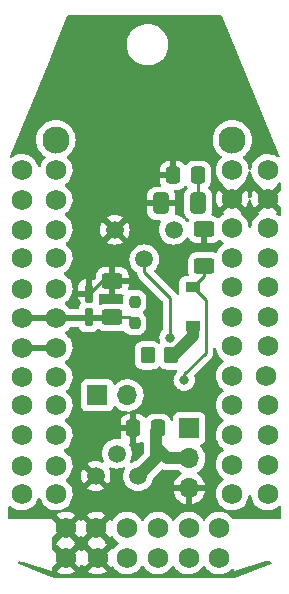
<source format=gbl>
G04 #@! TF.GenerationSoftware,KiCad,Pcbnew,(6.0.1)*
G04 #@! TF.CreationDate,2022-06-09T11:36:19-07:00*
G04 #@! TF.ProjectId,PS_controller_rev1_2,50535f63-6f6e-4747-926f-6c6c65725f72,rev?*
G04 #@! TF.SameCoordinates,Original*
G04 #@! TF.FileFunction,Copper,L2,Bot*
G04 #@! TF.FilePolarity,Positive*
%FSLAX46Y46*%
G04 Gerber Fmt 4.6, Leading zero omitted, Abs format (unit mm)*
G04 Created by KiCad (PCBNEW (6.0.1)) date 2022-06-09 11:36:19*
%MOMM*%
%LPD*%
G01*
G04 APERTURE LIST*
G04 Aperture macros list*
%AMRoundRect*
0 Rectangle with rounded corners*
0 $1 Rounding radius*
0 $2 $3 $4 $5 $6 $7 $8 $9 X,Y pos of 4 corners*
0 Add a 4 corners polygon primitive as box body*
4,1,4,$2,$3,$4,$5,$6,$7,$8,$9,$2,$3,0*
0 Add four circle primitives for the rounded corners*
1,1,$1+$1,$2,$3*
1,1,$1+$1,$4,$5*
1,1,$1+$1,$6,$7*
1,1,$1+$1,$8,$9*
0 Add four rect primitives between the rounded corners*
20,1,$1+$1,$2,$3,$4,$5,0*
20,1,$1+$1,$4,$5,$6,$7,0*
20,1,$1+$1,$6,$7,$8,$9,0*
20,1,$1+$1,$8,$9,$2,$3,0*%
G04 Aperture macros list end*
G04 #@! TA.AperFunction,WasherPad*
%ADD10C,2.300000*%
G04 #@! TD*
G04 #@! TA.AperFunction,ComponentPad*
%ADD11C,1.750000*%
G04 #@! TD*
G04 #@! TA.AperFunction,ComponentPad*
%ADD12C,1.498600*%
G04 #@! TD*
G04 #@! TA.AperFunction,SMDPad,CuDef*
%ADD13R,1.200000X0.900000*%
G04 #@! TD*
G04 #@! TA.AperFunction,SMDPad,CuDef*
%ADD14RoundRect,0.187500X0.187500X-0.562500X0.187500X0.562500X-0.187500X0.562500X-0.187500X-0.562500X0*%
G04 #@! TD*
G04 #@! TA.AperFunction,ComponentPad*
%ADD15R,1.700000X1.700000*%
G04 #@! TD*
G04 #@! TA.AperFunction,ComponentPad*
%ADD16O,1.700000X1.700000*%
G04 #@! TD*
G04 #@! TA.AperFunction,SMDPad,CuDef*
%ADD17RoundRect,0.250000X-0.625000X0.400000X-0.625000X-0.400000X0.625000X-0.400000X0.625000X0.400000X0*%
G04 #@! TD*
G04 #@! TA.AperFunction,SMDPad,CuDef*
%ADD18RoundRect,0.250000X-0.350000X-0.450000X0.350000X-0.450000X0.350000X0.450000X-0.350000X0.450000X0*%
G04 #@! TD*
G04 #@! TA.AperFunction,SMDPad,CuDef*
%ADD19RoundRect,0.250000X0.337500X0.475000X-0.337500X0.475000X-0.337500X-0.475000X0.337500X-0.475000X0*%
G04 #@! TD*
G04 #@! TA.AperFunction,SMDPad,CuDef*
%ADD20RoundRect,0.250000X0.412500X0.650000X-0.412500X0.650000X-0.412500X-0.650000X0.412500X-0.650000X0*%
G04 #@! TD*
G04 #@! TA.AperFunction,SMDPad,CuDef*
%ADD21RoundRect,0.237500X0.237500X-0.250000X0.237500X0.250000X-0.237500X0.250000X-0.237500X-0.250000X0*%
G04 #@! TD*
G04 #@! TA.AperFunction,ViaPad*
%ADD22C,0.800000*%
G04 #@! TD*
G04 #@! TA.AperFunction,Conductor*
%ADD23C,1.000000*%
G04 #@! TD*
G04 #@! TA.AperFunction,Conductor*
%ADD24C,0.250000*%
G04 #@! TD*
G04 #@! TA.AperFunction,Conductor*
%ADD25C,0.500000*%
G04 #@! TD*
G04 APERTURE END LIST*
D10*
X142729000Y-78655000D03*
X157659000Y-78655000D03*
D11*
X157659000Y-108655000D03*
X160659000Y-108655000D03*
X160659000Y-106155000D03*
X157659000Y-106155000D03*
X157659000Y-103655000D03*
X160659000Y-103655000D03*
X157659000Y-101155000D03*
X160659000Y-101155000D03*
X157659000Y-98655000D03*
X160559000Y-98655000D03*
X157659000Y-96155000D03*
X160659000Y-96155000D03*
X157659000Y-93655000D03*
X160659000Y-93655000D03*
X160659000Y-91155000D03*
X157659000Y-91155000D03*
X157659000Y-88655000D03*
X160659000Y-88655000D03*
X160659000Y-86155000D03*
X157659000Y-86155000D03*
X143559000Y-111555000D03*
X146159000Y-111555000D03*
X146259000Y-114055000D03*
X160659000Y-83655000D03*
X157659000Y-83655000D03*
X143559000Y-114055000D03*
X160659000Y-81255000D03*
X157659000Y-81255000D03*
X142759000Y-81255000D03*
X139859000Y-81255000D03*
X139859000Y-83755000D03*
X142759000Y-83755000D03*
X139859000Y-86255000D03*
X142759000Y-86255000D03*
X142759000Y-88655000D03*
X139859000Y-88655000D03*
X142759000Y-91255000D03*
X139859000Y-91255000D03*
X142759000Y-93755000D03*
X139859000Y-93755000D03*
X142759000Y-96255000D03*
X139859000Y-96255000D03*
X142759000Y-98755000D03*
X139859000Y-98755000D03*
X139859000Y-101155000D03*
X142759000Y-101155000D03*
X142759000Y-103655000D03*
X139859000Y-103655000D03*
X139859000Y-106255000D03*
X142759000Y-106255000D03*
X142759000Y-108655000D03*
X139849000Y-108655000D03*
X148759000Y-114055000D03*
X148759000Y-111555000D03*
X151359000Y-111555000D03*
X151359000Y-114055000D03*
X153959000Y-111555000D03*
X153959000Y-114055000D03*
X156559000Y-111555000D03*
X156559000Y-114055000D03*
D12*
X149690000Y-107130000D03*
X147890000Y-105230000D03*
X146090000Y-107130000D03*
X147719000Y-86274500D03*
X150219000Y-88774500D03*
X152719000Y-86274500D03*
D13*
X154300000Y-94450000D03*
X154300000Y-91150000D03*
D14*
X145500000Y-93700000D03*
X145500000Y-91700000D03*
D15*
X146250000Y-100285000D03*
D16*
X148790000Y-100285000D03*
D17*
X147500000Y-90600000D03*
X147500000Y-93700000D03*
D18*
X150500000Y-96900000D03*
X152500000Y-96900000D03*
D19*
X154738000Y-81670000D03*
X152663000Y-81670000D03*
D15*
X154025000Y-103075000D03*
D16*
X154025000Y-105615000D03*
X154025000Y-108155000D03*
D17*
X155300000Y-86250000D03*
X155300000Y-89350000D03*
D20*
X154763000Y-84050000D03*
X151638000Y-84050000D03*
D19*
X151375000Y-103100000D03*
X149300000Y-103100000D03*
D21*
X149400000Y-94212500D03*
X149400000Y-92387500D03*
D22*
X154300000Y-94500000D03*
X152600000Y-79000000D03*
X150240000Y-79000000D03*
X155300000Y-86300000D03*
X140000000Y-78500000D03*
X144400000Y-92500000D03*
X153500000Y-89800000D03*
X147900000Y-79000000D03*
X160500000Y-79000000D03*
X149400000Y-103100000D03*
X150254156Y-76000000D03*
X149400000Y-92400000D03*
X154800000Y-81700000D03*
X152400000Y-95400000D03*
X150470000Y-97030000D03*
X153600000Y-99000000D03*
D23*
X154300000Y-95300000D02*
X154300000Y-94500000D01*
X154300000Y-95300000D02*
X152700000Y-96900000D01*
X152700000Y-96900000D02*
X152500000Y-96900000D01*
D24*
X154300000Y-94450000D02*
X154300000Y-95100000D01*
X147500000Y-90600000D02*
X146600000Y-90600000D01*
X146600000Y-90600000D02*
X145500000Y-91700000D01*
D25*
X144945000Y-93755000D02*
X139859000Y-93755000D01*
D24*
X147205000Y-93755000D02*
X147210000Y-93760000D01*
D25*
X144945000Y-93755000D02*
X147205000Y-93755000D01*
D24*
X148887500Y-93700000D02*
X149400000Y-94212500D01*
X147500000Y-93700000D02*
X148887500Y-93700000D01*
X154738000Y-81670000D02*
X154738000Y-84025000D01*
X152400000Y-92055500D02*
X150219000Y-89874500D01*
X150219000Y-89874500D02*
X150219000Y-88774500D01*
X152400000Y-95400000D02*
X152400000Y-92055500D01*
D23*
X151200000Y-103275000D02*
X151375000Y-103100000D01*
X151200000Y-104687500D02*
X151200000Y-103275000D01*
X149690000Y-107130000D02*
X151200000Y-105620000D01*
X152127500Y-105615000D02*
X151200000Y-104687500D01*
X154025000Y-105615000D02*
X152127500Y-105615000D01*
X151200000Y-105620000D02*
X151200000Y-104687500D01*
D25*
X140293000Y-96255000D02*
X142759000Y-96255000D01*
D24*
X153600000Y-99000000D02*
X153600000Y-98500000D01*
X155300000Y-90150000D02*
X154300000Y-91150000D01*
X155400000Y-96700000D02*
X155400000Y-92250000D01*
X155400000Y-92250000D02*
X154300000Y-91150000D01*
X155300000Y-89350000D02*
X155300000Y-90150000D01*
X153600000Y-98500000D02*
X155400000Y-96700000D01*
G04 #@! TA.AperFunction,Conductor*
G36*
X156772987Y-80143571D02*
G01*
X156744885Y-80208769D01*
X156737173Y-80216744D01*
X156737310Y-80216875D01*
X156580133Y-80381351D01*
X156451931Y-80569289D01*
X156449758Y-80573971D01*
X156449756Y-80573974D01*
X156360239Y-80766824D01*
X156356145Y-80775643D01*
X156295348Y-80994869D01*
X156294799Y-81000006D01*
X156273333Y-81200863D01*
X156271172Y-81221082D01*
X156271469Y-81226234D01*
X156271469Y-81226238D01*
X156276696Y-81316888D01*
X156284268Y-81448206D01*
X156285405Y-81453252D01*
X156285406Y-81453258D01*
X156305686Y-81543244D01*
X156334283Y-81670141D01*
X156419875Y-81880927D01*
X156538744Y-82074904D01*
X156687698Y-82246861D01*
X156691673Y-82250161D01*
X156691677Y-82250165D01*
X156838739Y-82372258D01*
X156878374Y-82431161D01*
X156879357Y-82477747D01*
X156883904Y-82478066D01*
X156881524Y-82512031D01*
X156889111Y-82525901D01*
X157646188Y-83282978D01*
X157660132Y-83290592D01*
X157661965Y-83290461D01*
X157668580Y-83286210D01*
X158430190Y-82524600D01*
X158437804Y-82510656D01*
X158435379Y-82476745D01*
X158435383Y-82476745D01*
X158434344Y-82473846D01*
X158450331Y-82404672D01*
X158486961Y-82363902D01*
X158550847Y-82318333D01*
X158550849Y-82318331D01*
X158555051Y-82315334D01*
X158716199Y-82154747D01*
X158770764Y-82078812D01*
X158845938Y-81974198D01*
X158845942Y-81974192D01*
X158848956Y-81969997D01*
X158949755Y-81766046D01*
X159015890Y-81548370D01*
X159029758Y-81443037D01*
X159032560Y-81421751D01*
X159061283Y-81356824D01*
X159120548Y-81317733D01*
X159191540Y-81316888D01*
X159251718Y-81354559D01*
X159281977Y-81418784D01*
X159283273Y-81430944D01*
X159284268Y-81448206D01*
X159285405Y-81453252D01*
X159285406Y-81453258D01*
X159305686Y-81543244D01*
X159334283Y-81670141D01*
X159419875Y-81880927D01*
X159538744Y-82074904D01*
X159687698Y-82246861D01*
X159691673Y-82250161D01*
X159691677Y-82250165D01*
X159838739Y-82372258D01*
X159878374Y-82431161D01*
X159879357Y-82477747D01*
X159883904Y-82478066D01*
X159881524Y-82512031D01*
X159889111Y-82525901D01*
X160646188Y-83282978D01*
X160660132Y-83290592D01*
X160661965Y-83290461D01*
X160668580Y-83286210D01*
X161430190Y-82524600D01*
X161437804Y-82510656D01*
X161435379Y-82476745D01*
X161435383Y-82476745D01*
X161434344Y-82473846D01*
X161450331Y-82404672D01*
X161486961Y-82363902D01*
X161550847Y-82318333D01*
X161550849Y-82318331D01*
X161555051Y-82315334D01*
X161558714Y-82311684D01*
X161577061Y-82293402D01*
X161639433Y-82259486D01*
X161710239Y-82264675D01*
X161767000Y-82307321D01*
X161791695Y-82373885D01*
X161792000Y-82382653D01*
X161792000Y-82829020D01*
X161771998Y-82897141D01*
X161755095Y-82918115D01*
X161031022Y-83642188D01*
X161023408Y-83656132D01*
X161023539Y-83657965D01*
X161027790Y-83664580D01*
X161755095Y-84391885D01*
X161789121Y-84454197D01*
X161792000Y-84480980D01*
X161792000Y-85026708D01*
X161771998Y-85094829D01*
X161718342Y-85141322D01*
X161648068Y-85151426D01*
X161587909Y-85125590D01*
X161430655Y-85001400D01*
X161389591Y-84943484D01*
X161386359Y-84872561D01*
X161415907Y-84821625D01*
X161414983Y-84820899D01*
X161420134Y-84814339D01*
X161421984Y-84811149D01*
X161423839Y-84809619D01*
X161434572Y-84795948D01*
X161427585Y-84782795D01*
X160671812Y-84027022D01*
X160657868Y-84019408D01*
X160656035Y-84019539D01*
X160649420Y-84023790D01*
X159887460Y-84785750D01*
X159880700Y-84798130D01*
X159900007Y-84823921D01*
X159898658Y-84824931D01*
X159924019Y-84855072D01*
X159933101Y-84925485D01*
X159902673Y-84989630D01*
X159884310Y-85006504D01*
X159741445Y-85113770D01*
X159737310Y-85116875D01*
X159681203Y-85175587D01*
X159594980Y-85265815D01*
X159580133Y-85281351D01*
X159568450Y-85298478D01*
X159459856Y-85457672D01*
X159451931Y-85469289D01*
X159449758Y-85473971D01*
X159449756Y-85473974D01*
X159369439Y-85647004D01*
X159356145Y-85675643D01*
X159295348Y-85894869D01*
X159294799Y-85900006D01*
X159284676Y-85994726D01*
X159257548Y-86060335D01*
X159199255Y-86100863D01*
X159128305Y-86103442D01*
X159067224Y-86067253D01*
X159035405Y-86003786D01*
X159033813Y-85991660D01*
X159028601Y-85928264D01*
X158973178Y-85707617D01*
X158911176Y-85565023D01*
X158884522Y-85503722D01*
X158884520Y-85503719D01*
X158882462Y-85498985D01*
X158790455Y-85356763D01*
X158761698Y-85312311D01*
X158761696Y-85312308D01*
X158758890Y-85307971D01*
X158605779Y-85139704D01*
X158430653Y-85001399D01*
X158389591Y-84943483D01*
X158386359Y-84872560D01*
X158415907Y-84821625D01*
X158414983Y-84820899D01*
X158420134Y-84814339D01*
X158421984Y-84811149D01*
X158423839Y-84809619D01*
X158434572Y-84795948D01*
X158427585Y-84782795D01*
X157671812Y-84027022D01*
X157657868Y-84019408D01*
X157656035Y-84019539D01*
X157649420Y-84023790D01*
X156887460Y-84785750D01*
X156880700Y-84798130D01*
X156900007Y-84823921D01*
X156898658Y-84824931D01*
X156924019Y-84855072D01*
X156933101Y-84925485D01*
X156902673Y-84989630D01*
X156884310Y-85006504D01*
X156741445Y-85113770D01*
X156737310Y-85116875D01*
X156733738Y-85120613D01*
X156594979Y-85265815D01*
X156533454Y-85301245D01*
X156462542Y-85297788D01*
X156414866Y-85267936D01*
X156403171Y-85256261D01*
X156391760Y-85247249D01*
X156253757Y-85162184D01*
X156240576Y-85156037D01*
X156086290Y-85104862D01*
X156072914Y-85101995D01*
X156005113Y-85095048D01*
X155939385Y-85068207D01*
X155898603Y-85010092D01*
X155895715Y-84939154D01*
X155898357Y-84930053D01*
X155923297Y-84854861D01*
X155934000Y-84750400D01*
X155934000Y-83626250D01*
X156271971Y-83626250D01*
X156284467Y-83842967D01*
X156285903Y-83853188D01*
X156333627Y-84064948D01*
X156336706Y-84074777D01*
X156418379Y-84275914D01*
X156423022Y-84285105D01*
X156507279Y-84422601D01*
X156517735Y-84432061D01*
X156526513Y-84428277D01*
X157286978Y-83667812D01*
X157293356Y-83656132D01*
X158023408Y-83656132D01*
X158023539Y-83657965D01*
X158027790Y-83664580D01*
X158787388Y-84424178D01*
X158799398Y-84430736D01*
X158811138Y-84421768D01*
X158845507Y-84373940D01*
X158850816Y-84365103D01*
X158946994Y-84170503D01*
X158950792Y-84160910D01*
X159013897Y-83953208D01*
X159016074Y-83943138D01*
X159032754Y-83816437D01*
X159061476Y-83751510D01*
X159120741Y-83712418D01*
X159191733Y-83711573D01*
X159251912Y-83749243D01*
X159282171Y-83813468D01*
X159283467Y-83825628D01*
X159284467Y-83842968D01*
X159285903Y-83853188D01*
X159333627Y-84064948D01*
X159336706Y-84074777D01*
X159418379Y-84275914D01*
X159423022Y-84285105D01*
X159507279Y-84422601D01*
X159517735Y-84432061D01*
X159526513Y-84428277D01*
X160286978Y-83667812D01*
X160294592Y-83653868D01*
X160294461Y-83652035D01*
X160290210Y-83645420D01*
X159530858Y-82886068D01*
X159519322Y-82879768D01*
X159507039Y-82889391D01*
X159455279Y-82965268D01*
X159450191Y-82974224D01*
X159358795Y-83171121D01*
X159355232Y-83180808D01*
X159297223Y-83389979D01*
X159295292Y-83400100D01*
X159284611Y-83500041D01*
X159257483Y-83565650D01*
X159199190Y-83606178D01*
X159128240Y-83608757D01*
X159067159Y-83572568D01*
X159035340Y-83509101D01*
X159033748Y-83496975D01*
X159028530Y-83433506D01*
X159026845Y-83423327D01*
X158973962Y-83212791D01*
X158970642Y-83203040D01*
X158884080Y-83003959D01*
X158879213Y-82994884D01*
X158810144Y-82888118D01*
X158799458Y-82878915D01*
X158789891Y-82883319D01*
X158031022Y-83642188D01*
X158023408Y-83656132D01*
X157293356Y-83656132D01*
X157294592Y-83653868D01*
X157294461Y-83652035D01*
X157290210Y-83645420D01*
X156530858Y-82886068D01*
X156519322Y-82879768D01*
X156507039Y-82889391D01*
X156455279Y-82965268D01*
X156450191Y-82974224D01*
X156358795Y-83171121D01*
X156355232Y-83180808D01*
X156297223Y-83389979D01*
X156295292Y-83400100D01*
X156272222Y-83615962D01*
X156271971Y-83626250D01*
X155934000Y-83626250D01*
X155934000Y-83349600D01*
X155929644Y-83307617D01*
X155923738Y-83250692D01*
X155923737Y-83250688D01*
X155923026Y-83243834D01*
X155867050Y-83076054D01*
X155773978Y-82925652D01*
X155659804Y-82811677D01*
X155625725Y-82749395D01*
X155630728Y-82678575D01*
X155659647Y-82633488D01*
X155669633Y-82623484D01*
X155674805Y-82618303D01*
X155695590Y-82584584D01*
X155763775Y-82473968D01*
X155763776Y-82473966D01*
X155767615Y-82467738D01*
X155795836Y-82382653D01*
X155821132Y-82306389D01*
X155821132Y-82306387D01*
X155823297Y-82299861D01*
X155834000Y-82195400D01*
X155834000Y-81144600D01*
X155833663Y-81141350D01*
X155823738Y-81045692D01*
X155823737Y-81045688D01*
X155823026Y-81038834D01*
X155767050Y-80871054D01*
X155673978Y-80720652D01*
X155548803Y-80595695D01*
X155499044Y-80565023D01*
X155404468Y-80506725D01*
X155404466Y-80506724D01*
X155398238Y-80502885D01*
X155318495Y-80476436D01*
X155236889Y-80449368D01*
X155236887Y-80449368D01*
X155230361Y-80447203D01*
X155223525Y-80446503D01*
X155223522Y-80446502D01*
X155180469Y-80442091D01*
X155125900Y-80436500D01*
X154350100Y-80436500D01*
X154346854Y-80436837D01*
X154346850Y-80436837D01*
X154251192Y-80446762D01*
X154251188Y-80446763D01*
X154244334Y-80447474D01*
X154237798Y-80449655D01*
X154237796Y-80449655D01*
X154125576Y-80487095D01*
X154076554Y-80503450D01*
X153926152Y-80596522D01*
X153801195Y-80721697D01*
X153798398Y-80726235D01*
X153741147Y-80766824D01*
X153670224Y-80770054D01*
X153608813Y-80734428D01*
X153601438Y-80725932D01*
X153593402Y-80715793D01*
X153478671Y-80601261D01*
X153467260Y-80592249D01*
X153329257Y-80507184D01*
X153316076Y-80501037D01*
X153161790Y-80449862D01*
X153148414Y-80446995D01*
X153054062Y-80437328D01*
X153047645Y-80437000D01*
X152935115Y-80437000D01*
X152919876Y-80441475D01*
X152918671Y-80442865D01*
X152917000Y-80450548D01*
X152917000Y-81798000D01*
X152896998Y-81866121D01*
X152843342Y-81912614D01*
X152791000Y-81924000D01*
X151585616Y-81924000D01*
X151570377Y-81928475D01*
X151569172Y-81929865D01*
X151567501Y-81937548D01*
X151567501Y-82192095D01*
X151567838Y-82198614D01*
X151577757Y-82294206D01*
X151580649Y-82307600D01*
X151632089Y-82461787D01*
X151632445Y-82462547D01*
X151632533Y-82463116D01*
X151634406Y-82468732D01*
X151633445Y-82469053D01*
X151643231Y-82532719D01*
X151614367Y-82597583D01*
X151555016Y-82636546D01*
X151518345Y-82642000D01*
X151178405Y-82642001D01*
X151171886Y-82642338D01*
X151076294Y-82652257D01*
X151062900Y-82655149D01*
X150908716Y-82706588D01*
X150895538Y-82712761D01*
X150757693Y-82798063D01*
X150746292Y-82807099D01*
X150631761Y-82921829D01*
X150622749Y-82933240D01*
X150537684Y-83071243D01*
X150531537Y-83084424D01*
X150480362Y-83238710D01*
X150477495Y-83252086D01*
X150467828Y-83346438D01*
X150467500Y-83352855D01*
X150467500Y-83777885D01*
X150471975Y-83793124D01*
X150473365Y-83794329D01*
X150481048Y-83796000D01*
X152790384Y-83796000D01*
X152805623Y-83791525D01*
X152806828Y-83790135D01*
X152808499Y-83782452D01*
X152808499Y-83352905D01*
X152808162Y-83346386D01*
X152798243Y-83250794D01*
X152795351Y-83237400D01*
X152743908Y-83083204D01*
X152743553Y-83082446D01*
X152743466Y-83081879D01*
X152741594Y-83076268D01*
X152742554Y-83075948D01*
X152732770Y-83012273D01*
X152761638Y-82947411D01*
X152820990Y-82908452D01*
X152857655Y-82902999D01*
X153047595Y-82902999D01*
X153054114Y-82902662D01*
X153149706Y-82892743D01*
X153163100Y-82889851D01*
X153317284Y-82838412D01*
X153330462Y-82832239D01*
X153468307Y-82746937D01*
X153479708Y-82737901D01*
X153594238Y-82623172D01*
X153601294Y-82614238D01*
X153659212Y-82573177D01*
X153730135Y-82569947D01*
X153791546Y-82605574D01*
X153798346Y-82613407D01*
X153802022Y-82619348D01*
X153807204Y-82624521D01*
X153841065Y-82658323D01*
X153875144Y-82720605D01*
X153870141Y-82791426D01*
X153841221Y-82836513D01*
X153775188Y-82902662D01*
X153751195Y-82926697D01*
X153747355Y-82932927D01*
X153747354Y-82932928D01*
X153663300Y-83069289D01*
X153658385Y-83077262D01*
X153652619Y-83094647D01*
X153616667Y-83203040D01*
X153602703Y-83245139D01*
X153602003Y-83251975D01*
X153602002Y-83251978D01*
X153599066Y-83280632D01*
X153592000Y-83349600D01*
X153592000Y-84750400D01*
X153592337Y-84753646D01*
X153592337Y-84753650D01*
X153602252Y-84849206D01*
X153602974Y-84856166D01*
X153605155Y-84862702D01*
X153605155Y-84862704D01*
X153616728Y-84897391D01*
X153658950Y-85023946D01*
X153752022Y-85174348D01*
X153754644Y-85176965D01*
X153780722Y-85241398D01*
X153776891Y-85261687D01*
X153786664Y-85258985D01*
X153854458Y-85280066D01*
X153866206Y-85289679D01*
X153866271Y-85289596D01*
X153872017Y-85294134D01*
X153877197Y-85299305D01*
X153883427Y-85303145D01*
X153883428Y-85303146D01*
X153948776Y-85343427D01*
X153996269Y-85396199D01*
X154007693Y-85466271D01*
X153989921Y-85516801D01*
X153987185Y-85521240D01*
X153977944Y-85541057D01*
X153976577Y-85540419D01*
X153940884Y-85591934D01*
X153875318Y-85619167D01*
X153805437Y-85606629D01*
X153758516Y-85566175D01*
X153686212Y-85462913D01*
X153686668Y-85462593D01*
X153659678Y-85400919D01*
X153663613Y-85376328D01*
X153649821Y-85379729D01*
X153582641Y-85356763D01*
X153566244Y-85342945D01*
X153530587Y-85307288D01*
X153526079Y-85304131D01*
X153526076Y-85304129D01*
X153354812Y-85184209D01*
X153354810Y-85184208D01*
X153350303Y-85181052D01*
X153345321Y-85178729D01*
X153345316Y-85178726D01*
X153155818Y-85090362D01*
X153155817Y-85090361D01*
X153150836Y-85088039D01*
X153145528Y-85086617D01*
X153145526Y-85086616D01*
X152943564Y-85032501D01*
X152943563Y-85032501D01*
X152938249Y-85031077D01*
X152932773Y-85030598D01*
X152932768Y-85030597D01*
X152915381Y-85029076D01*
X152903726Y-85028057D01*
X152837608Y-85002194D01*
X152795968Y-84944691D01*
X152792027Y-84873804D01*
X152795116Y-84862864D01*
X152795637Y-84861294D01*
X152798505Y-84847914D01*
X152808172Y-84753562D01*
X152808500Y-84747146D01*
X152808500Y-84322115D01*
X152804025Y-84306876D01*
X152802635Y-84305671D01*
X152794952Y-84304000D01*
X150485616Y-84304000D01*
X150470377Y-84308475D01*
X150469172Y-84309865D01*
X150467501Y-84317548D01*
X150467501Y-84747095D01*
X150467838Y-84753614D01*
X150477757Y-84849206D01*
X150480649Y-84862600D01*
X150532088Y-85016784D01*
X150538261Y-85029962D01*
X150623563Y-85167807D01*
X150632599Y-85179208D01*
X150747329Y-85293739D01*
X150758740Y-85302751D01*
X150896743Y-85387816D01*
X150909924Y-85393963D01*
X151064210Y-85445138D01*
X151077586Y-85448005D01*
X151171938Y-85457672D01*
X151178354Y-85458000D01*
X151514792Y-85457999D01*
X151582912Y-85478001D01*
X151629405Y-85531656D01*
X151639510Y-85601930D01*
X151625271Y-85643067D01*
X151625552Y-85643198D01*
X151623230Y-85648178D01*
X151623228Y-85648181D01*
X151546544Y-85812631D01*
X151532539Y-85842664D01*
X151531117Y-85847972D01*
X151531116Y-85847974D01*
X151484153Y-86023245D01*
X151475577Y-86055251D01*
X151456395Y-86274500D01*
X151475577Y-86493749D01*
X151477001Y-86499063D01*
X151477001Y-86499064D01*
X151522841Y-86670141D01*
X151532539Y-86706336D01*
X151534861Y-86711316D01*
X151534862Y-86711318D01*
X151616005Y-86885328D01*
X151625552Y-86905802D01*
X151751788Y-87086087D01*
X151907413Y-87241712D01*
X151911921Y-87244869D01*
X151911924Y-87244871D01*
X152082080Y-87364015D01*
X152087697Y-87367948D01*
X152092679Y-87370271D01*
X152092684Y-87370274D01*
X152281170Y-87458166D01*
X152287164Y-87460961D01*
X152292472Y-87462383D01*
X152292474Y-87462384D01*
X152494436Y-87516499D01*
X152494437Y-87516499D01*
X152499751Y-87517923D01*
X152719000Y-87537105D01*
X152938249Y-87517923D01*
X152943563Y-87516499D01*
X152943564Y-87516499D01*
X153145526Y-87462384D01*
X153145528Y-87462383D01*
X153150836Y-87460961D01*
X153156830Y-87458166D01*
X153345316Y-87370274D01*
X153345321Y-87370271D01*
X153350303Y-87367948D01*
X153355920Y-87364015D01*
X153526076Y-87244871D01*
X153526079Y-87244869D01*
X153530587Y-87241712D01*
X153686212Y-87086087D01*
X153771750Y-86963925D01*
X153827207Y-86919596D01*
X153897826Y-86912287D01*
X153961186Y-86944317D01*
X153982954Y-86974321D01*
X153983906Y-86973732D01*
X154073063Y-87117807D01*
X154082099Y-87129208D01*
X154196829Y-87243739D01*
X154208240Y-87252751D01*
X154346243Y-87337816D01*
X154359424Y-87343963D01*
X154513710Y-87395138D01*
X154527086Y-87398005D01*
X154621438Y-87407672D01*
X154627854Y-87408000D01*
X155027885Y-87408000D01*
X155043124Y-87403525D01*
X155044329Y-87402135D01*
X155046000Y-87394452D01*
X155046000Y-86122000D01*
X155066002Y-86053879D01*
X155119658Y-86007386D01*
X155172000Y-85996000D01*
X155428000Y-85996000D01*
X155496121Y-86016002D01*
X155542614Y-86069658D01*
X155554000Y-86122000D01*
X155554000Y-87389884D01*
X155558475Y-87405123D01*
X155559865Y-87406328D01*
X155567548Y-87407999D01*
X155972095Y-87407999D01*
X155978614Y-87407662D01*
X156074206Y-87397743D01*
X156087600Y-87394851D01*
X156241784Y-87343412D01*
X156254962Y-87337239D01*
X156392807Y-87251937D01*
X156404208Y-87242901D01*
X156504958Y-87141976D01*
X156567241Y-87107897D01*
X156638061Y-87112900D01*
X156682289Y-87140971D01*
X156684309Y-87142949D01*
X156687698Y-87146861D01*
X156691673Y-87150161D01*
X156691676Y-87150164D01*
X156812127Y-87250164D01*
X156862737Y-87292181D01*
X156867192Y-87294784D01*
X156867203Y-87294792D01*
X156871651Y-87297391D01*
X156920374Y-87349029D01*
X156933445Y-87418812D01*
X156906713Y-87484584D01*
X156883735Y-87506936D01*
X156820462Y-87554443D01*
X156766673Y-87594829D01*
X156737310Y-87616875D01*
X156580133Y-87781351D01*
X156451931Y-87969289D01*
X156449758Y-87973971D01*
X156449756Y-87973974D01*
X156435948Y-88003722D01*
X156356145Y-88175643D01*
X156353978Y-88174637D01*
X156317602Y-88223665D01*
X156251189Y-88248759D01*
X156201996Y-88242713D01*
X156086389Y-88204368D01*
X156086387Y-88204368D01*
X156079861Y-88202203D01*
X156073025Y-88201503D01*
X156073022Y-88201502D01*
X156029969Y-88197091D01*
X155975400Y-88191500D01*
X154624600Y-88191500D01*
X154621354Y-88191837D01*
X154621350Y-88191837D01*
X154525692Y-88201762D01*
X154525688Y-88201763D01*
X154518834Y-88202474D01*
X154512298Y-88204655D01*
X154512296Y-88204655D01*
X154455317Y-88223665D01*
X154351054Y-88258450D01*
X154200652Y-88351522D01*
X154075695Y-88476697D01*
X154071855Y-88482927D01*
X154071854Y-88482928D01*
X153999158Y-88600863D01*
X153982885Y-88627262D01*
X153980581Y-88634209D01*
X153932233Y-88779975D01*
X153927203Y-88795139D01*
X153916500Y-88899600D01*
X153916500Y-89800400D01*
X153916837Y-89803646D01*
X153916837Y-89803650D01*
X153926480Y-89896583D01*
X153927474Y-89906166D01*
X153929655Y-89912702D01*
X153929655Y-89912704D01*
X153967328Y-90025624D01*
X153969912Y-90096574D01*
X153933728Y-90157658D01*
X153870264Y-90189482D01*
X153847804Y-90191500D01*
X153651866Y-90191500D01*
X153589684Y-90198255D01*
X153453295Y-90249385D01*
X153336739Y-90336739D01*
X153249385Y-90453295D01*
X153198255Y-90589684D01*
X153191500Y-90651866D01*
X153191500Y-91648134D01*
X153191869Y-91651531D01*
X153194305Y-91673955D01*
X153181777Y-91743838D01*
X153133456Y-91795853D01*
X153064684Y-91813488D01*
X152997296Y-91791142D01*
X152960544Y-91750387D01*
X152959552Y-91747883D01*
X152954894Y-91741472D01*
X152954892Y-91741468D01*
X152933564Y-91712113D01*
X152927048Y-91702193D01*
X152908580Y-91670965D01*
X152908578Y-91670962D01*
X152904542Y-91664138D01*
X152890221Y-91649817D01*
X152877380Y-91634783D01*
X152870131Y-91624806D01*
X152865472Y-91618393D01*
X152831395Y-91590202D01*
X152822616Y-91582212D01*
X151095447Y-89855042D01*
X151061421Y-89792730D01*
X151066486Y-89721914D01*
X151095447Y-89676852D01*
X151186212Y-89586087D01*
X151312448Y-89405802D01*
X151327186Y-89374198D01*
X151403138Y-89211318D01*
X151403139Y-89211316D01*
X151405461Y-89206336D01*
X151440670Y-89074935D01*
X151460999Y-88999064D01*
X151460999Y-88999063D01*
X151462423Y-88993749D01*
X151481605Y-88774500D01*
X151462423Y-88555251D01*
X151428397Y-88428264D01*
X151406884Y-88347974D01*
X151406883Y-88347972D01*
X151405461Y-88342664D01*
X151370039Y-88266702D01*
X151314771Y-88148179D01*
X151314769Y-88148176D01*
X151312448Y-88143198D01*
X151186212Y-87962913D01*
X151030587Y-87807288D01*
X151026079Y-87804131D01*
X151026076Y-87804129D01*
X150854812Y-87684209D01*
X150854809Y-87684207D01*
X150850303Y-87681052D01*
X150845321Y-87678729D01*
X150845316Y-87678726D01*
X150655818Y-87590362D01*
X150655817Y-87590361D01*
X150650836Y-87588039D01*
X150645528Y-87586617D01*
X150645526Y-87586616D01*
X150443564Y-87532501D01*
X150443563Y-87532501D01*
X150438249Y-87531077D01*
X150219000Y-87511895D01*
X149999751Y-87531077D01*
X149994437Y-87532501D01*
X149994436Y-87532501D01*
X149792474Y-87586616D01*
X149792472Y-87586617D01*
X149787164Y-87588039D01*
X149782184Y-87590361D01*
X149782182Y-87590362D01*
X149592679Y-87678729D01*
X149592676Y-87678731D01*
X149587698Y-87681052D01*
X149407413Y-87807288D01*
X149251788Y-87962913D01*
X149125552Y-88143198D01*
X149123231Y-88148176D01*
X149123229Y-88148179D01*
X149067961Y-88266702D01*
X149032539Y-88342664D01*
X149031117Y-88347972D01*
X149031116Y-88347974D01*
X149009603Y-88428264D01*
X148975577Y-88555251D01*
X148956395Y-88774500D01*
X148975577Y-88993749D01*
X148977001Y-88999063D01*
X148977001Y-88999064D01*
X148997331Y-89074935D01*
X149032539Y-89206336D01*
X149034861Y-89211316D01*
X149034862Y-89211318D01*
X149110815Y-89374198D01*
X149125552Y-89405802D01*
X149251788Y-89586087D01*
X149407413Y-89741712D01*
X149533118Y-89829731D01*
X149577445Y-89885187D01*
X149585844Y-89917087D01*
X149585998Y-89918301D01*
X149586938Y-89930193D01*
X149588327Y-89974389D01*
X149593978Y-89993839D01*
X149597987Y-90013200D01*
X149600526Y-90033297D01*
X149603445Y-90040668D01*
X149603445Y-90040670D01*
X149616804Y-90074412D01*
X149620649Y-90085642D01*
X149632982Y-90128093D01*
X149637015Y-90134912D01*
X149637017Y-90134917D01*
X149643293Y-90145528D01*
X149651988Y-90163276D01*
X149659448Y-90182117D01*
X149664110Y-90188533D01*
X149664110Y-90188534D01*
X149685436Y-90217887D01*
X149691952Y-90227807D01*
X149707899Y-90254771D01*
X149714458Y-90265862D01*
X149728779Y-90280183D01*
X149741619Y-90295216D01*
X149753528Y-90311607D01*
X149759634Y-90316658D01*
X149787605Y-90339798D01*
X149796384Y-90347788D01*
X151729595Y-92281000D01*
X151763621Y-92343312D01*
X151766500Y-92370095D01*
X151766500Y-94697476D01*
X151746498Y-94765597D01*
X151734142Y-94781779D01*
X151660960Y-94863056D01*
X151611840Y-94948134D01*
X151577890Y-95006938D01*
X151565473Y-95028444D01*
X151506458Y-95210072D01*
X151505768Y-95216633D01*
X151505768Y-95216635D01*
X151495712Y-95312311D01*
X151486496Y-95400000D01*
X151506458Y-95589928D01*
X151508498Y-95596206D01*
X151557918Y-95748306D01*
X151559945Y-95819274D01*
X151523283Y-95880071D01*
X151459571Y-95911397D01*
X151389037Y-95903304D01*
X151349069Y-95876416D01*
X151323303Y-95850695D01*
X151245730Y-95802878D01*
X151178968Y-95761725D01*
X151178966Y-95761724D01*
X151172738Y-95757885D01*
X151012254Y-95704655D01*
X151011389Y-95704368D01*
X151011387Y-95704368D01*
X151004861Y-95702203D01*
X150998025Y-95701503D01*
X150998022Y-95701502D01*
X150954969Y-95697091D01*
X150900400Y-95691500D01*
X150099600Y-95691500D01*
X150096354Y-95691837D01*
X150096350Y-95691837D01*
X150000692Y-95701762D01*
X150000688Y-95701763D01*
X149993834Y-95702474D01*
X149987298Y-95704655D01*
X149987296Y-95704655D01*
X149856459Y-95748306D01*
X149826054Y-95758450D01*
X149675652Y-95851522D01*
X149550695Y-95976697D01*
X149546855Y-95982927D01*
X149546854Y-95982928D01*
X149474158Y-96100863D01*
X149457885Y-96127262D01*
X149402203Y-96295139D01*
X149391500Y-96399600D01*
X149391500Y-97400400D01*
X149391837Y-97403646D01*
X149391837Y-97403650D01*
X149401700Y-97498704D01*
X149402474Y-97506166D01*
X149404655Y-97512702D01*
X149404655Y-97512704D01*
X149440657Y-97620613D01*
X149458450Y-97673946D01*
X149551522Y-97824348D01*
X149676697Y-97949305D01*
X149682927Y-97953145D01*
X149682928Y-97953146D01*
X149820090Y-98037694D01*
X149827262Y-98042115D01*
X149878407Y-98059079D01*
X149988611Y-98095632D01*
X149988613Y-98095632D01*
X149995139Y-98097797D01*
X150001975Y-98098497D01*
X150001978Y-98098498D01*
X150045031Y-98102909D01*
X150099600Y-98108500D01*
X150900400Y-98108500D01*
X150903646Y-98108163D01*
X150903650Y-98108163D01*
X150999308Y-98098238D01*
X150999312Y-98098237D01*
X151006166Y-98097526D01*
X151012702Y-98095345D01*
X151012704Y-98095345D01*
X151155788Y-98047608D01*
X151173946Y-98041550D01*
X151324348Y-97948478D01*
X151410784Y-97861891D01*
X151473066Y-97827812D01*
X151543886Y-97832815D01*
X151588976Y-97861736D01*
X151676697Y-97949305D01*
X151682927Y-97953145D01*
X151682928Y-97953146D01*
X151820090Y-98037694D01*
X151827262Y-98042115D01*
X151878407Y-98059079D01*
X151988611Y-98095632D01*
X151988613Y-98095632D01*
X151995139Y-98097797D01*
X152001975Y-98098497D01*
X152001978Y-98098498D01*
X152045031Y-98102909D01*
X152099600Y-98108500D01*
X152884034Y-98108500D01*
X152952155Y-98128502D01*
X152998648Y-98182158D01*
X153008752Y-98252432D01*
X153006079Y-98265821D01*
X153001265Y-98284571D01*
X152994862Y-98303269D01*
X152993829Y-98305656D01*
X152971829Y-98339923D01*
X152860960Y-98463056D01*
X152765473Y-98628444D01*
X152706458Y-98810072D01*
X152705768Y-98816633D01*
X152705768Y-98816635D01*
X152691940Y-98948206D01*
X152686496Y-99000000D01*
X152687186Y-99006565D01*
X152703849Y-99165100D01*
X152706458Y-99189928D01*
X152765473Y-99371556D01*
X152860960Y-99536944D01*
X152865378Y-99541851D01*
X152865379Y-99541852D01*
X152962904Y-99650164D01*
X152988747Y-99678866D01*
X153076949Y-99742949D01*
X153110799Y-99767542D01*
X153143248Y-99791118D01*
X153149276Y-99793802D01*
X153149278Y-99793803D01*
X153306978Y-99864015D01*
X153317712Y-99868794D01*
X153411112Y-99888647D01*
X153498056Y-99907128D01*
X153498061Y-99907128D01*
X153504513Y-99908500D01*
X153695487Y-99908500D01*
X153701939Y-99907128D01*
X153701944Y-99907128D01*
X153788888Y-99888647D01*
X153882288Y-99868794D01*
X153893022Y-99864015D01*
X154050722Y-99793803D01*
X154050724Y-99793802D01*
X154056752Y-99791118D01*
X154089202Y-99767542D01*
X154123051Y-99742949D01*
X154211253Y-99678866D01*
X154237096Y-99650164D01*
X154334621Y-99541852D01*
X154334622Y-99541851D01*
X154339040Y-99536944D01*
X154434527Y-99371556D01*
X154493542Y-99189928D01*
X154496152Y-99165100D01*
X154512814Y-99006565D01*
X154513504Y-99000000D01*
X154508060Y-98948206D01*
X154494232Y-98816635D01*
X154494232Y-98816633D01*
X154493542Y-98810072D01*
X154443156Y-98655000D01*
X154441940Y-98651257D01*
X154439913Y-98580289D01*
X154472678Y-98523226D01*
X155792247Y-97203657D01*
X155800537Y-97196113D01*
X155807018Y-97192000D01*
X155853659Y-97142332D01*
X155856413Y-97139491D01*
X155876134Y-97119770D01*
X155878612Y-97116575D01*
X155886318Y-97107553D01*
X155911158Y-97081101D01*
X155916586Y-97075321D01*
X155926346Y-97057568D01*
X155937199Y-97041045D01*
X155944753Y-97031306D01*
X155949613Y-97025041D01*
X155967176Y-96984457D01*
X155972383Y-96973827D01*
X155993695Y-96935060D01*
X155995666Y-96927383D01*
X155995668Y-96927378D01*
X155998732Y-96915442D01*
X156005138Y-96896730D01*
X156010034Y-96885417D01*
X156013181Y-96878145D01*
X156020097Y-96834481D01*
X156022504Y-96822860D01*
X156031528Y-96787711D01*
X156031528Y-96787710D01*
X156033500Y-96780030D01*
X156033500Y-96759769D01*
X156035051Y-96740058D01*
X156036979Y-96727885D01*
X156038219Y-96720057D01*
X156034059Y-96676046D01*
X156033500Y-96664189D01*
X156033500Y-96362737D01*
X156053502Y-96294616D01*
X156107158Y-96248123D01*
X156177432Y-96238019D01*
X156242012Y-96267513D01*
X156280396Y-96327239D01*
X156284029Y-96344067D01*
X156284268Y-96348206D01*
X156334283Y-96570141D01*
X156419875Y-96780927D01*
X156538744Y-96974904D01*
X156687698Y-97146861D01*
X156862737Y-97292181D01*
X156867192Y-97294784D01*
X156867203Y-97294792D01*
X156871651Y-97297391D01*
X156920374Y-97349029D01*
X156933445Y-97418812D01*
X156906713Y-97484584D01*
X156883735Y-97506936D01*
X156876053Y-97512704D01*
X156750545Y-97606938D01*
X156737310Y-97616875D01*
X156580133Y-97781351D01*
X156451931Y-97969289D01*
X156449758Y-97973971D01*
X156449756Y-97973974D01*
X156367530Y-98151117D01*
X156356145Y-98175643D01*
X156295348Y-98394869D01*
X156294799Y-98400006D01*
X156275532Y-98580289D01*
X156271172Y-98621082D01*
X156271469Y-98626234D01*
X156271469Y-98626238D01*
X156276938Y-98721082D01*
X156284268Y-98848206D01*
X156285405Y-98853252D01*
X156285406Y-98853258D01*
X156304060Y-98936029D01*
X156334283Y-99070141D01*
X156419875Y-99280927D01*
X156538744Y-99474904D01*
X156687698Y-99646861D01*
X156862737Y-99792181D01*
X156867192Y-99794784D01*
X156867203Y-99794792D01*
X156871651Y-99797391D01*
X156920374Y-99849029D01*
X156933445Y-99918812D01*
X156906713Y-99984584D01*
X156883735Y-100006936D01*
X156820462Y-100054443D01*
X156766673Y-100094829D01*
X156737310Y-100116875D01*
X156580133Y-100281351D01*
X156451931Y-100469289D01*
X156449758Y-100473971D01*
X156449756Y-100473974D01*
X156401459Y-100578023D01*
X156356145Y-100675643D01*
X156295348Y-100894869D01*
X156294799Y-100900006D01*
X156273333Y-101100863D01*
X156271172Y-101121082D01*
X156271469Y-101126234D01*
X156271469Y-101126238D01*
X156278999Y-101256824D01*
X156284268Y-101348206D01*
X156285405Y-101353252D01*
X156285406Y-101353258D01*
X156295563Y-101398327D01*
X156334283Y-101570141D01*
X156419875Y-101780927D01*
X156538744Y-101974904D01*
X156542128Y-101978810D01*
X156542129Y-101978812D01*
X156576675Y-102018693D01*
X156687698Y-102146861D01*
X156862737Y-102292181D01*
X156867192Y-102294784D01*
X156867203Y-102294792D01*
X156871651Y-102297391D01*
X156920374Y-102349029D01*
X156933445Y-102418812D01*
X156906713Y-102484584D01*
X156883735Y-102506936D01*
X156836226Y-102542607D01*
X156766673Y-102594829D01*
X156737310Y-102616875D01*
X156580133Y-102781351D01*
X156451931Y-102969289D01*
X156449758Y-102973971D01*
X156449756Y-102973974D01*
X156359766Y-103167843D01*
X156356145Y-103175643D01*
X156342879Y-103223479D01*
X156305056Y-103359865D01*
X156295348Y-103394869D01*
X156294799Y-103400006D01*
X156273333Y-103600863D01*
X156271172Y-103621082D01*
X156271469Y-103626234D01*
X156271469Y-103626238D01*
X156278868Y-103754559D01*
X156284268Y-103848206D01*
X156285405Y-103853252D01*
X156285406Y-103853258D01*
X156308464Y-103955574D01*
X156334283Y-104070141D01*
X156419875Y-104280927D01*
X156538744Y-104474904D01*
X156687698Y-104646861D01*
X156862737Y-104792181D01*
X156867192Y-104794784D01*
X156867203Y-104794792D01*
X156871651Y-104797391D01*
X156920374Y-104849029D01*
X156933445Y-104918812D01*
X156906713Y-104984584D01*
X156883735Y-105006936D01*
X156850169Y-105032138D01*
X156757246Y-105101907D01*
X156737310Y-105116875D01*
X156580133Y-105281351D01*
X156451931Y-105469289D01*
X156449758Y-105473971D01*
X156449756Y-105473974D01*
X156365019Y-105656526D01*
X156356145Y-105675643D01*
X156319545Y-105807617D01*
X156297116Y-105888495D01*
X156295348Y-105894869D01*
X156294799Y-105900006D01*
X156272158Y-106111857D01*
X156271172Y-106121082D01*
X156271469Y-106126234D01*
X156271469Y-106126238D01*
X156276696Y-106216888D01*
X156284268Y-106348206D01*
X156285405Y-106353252D01*
X156285406Y-106353258D01*
X156305686Y-106443245D01*
X156334283Y-106570141D01*
X156419875Y-106780927D01*
X156538744Y-106974904D01*
X156542128Y-106978810D01*
X156542129Y-106978812D01*
X156564845Y-107005036D01*
X156687698Y-107146861D01*
X156862737Y-107292181D01*
X156867192Y-107294784D01*
X156867203Y-107294792D01*
X156871651Y-107297391D01*
X156920374Y-107349029D01*
X156933445Y-107418812D01*
X156906713Y-107484584D01*
X156883735Y-107506936D01*
X156817915Y-107556355D01*
X156766673Y-107594829D01*
X156737310Y-107616875D01*
X156733738Y-107620613D01*
X156647244Y-107711124D01*
X156580133Y-107781351D01*
X156451931Y-107969289D01*
X156449758Y-107973971D01*
X156449756Y-107973974D01*
X156359747Y-108167884D01*
X156356145Y-108175643D01*
X156326470Y-108282646D01*
X156300475Y-108376383D01*
X156295348Y-108394869D01*
X156294799Y-108400006D01*
X156273333Y-108600863D01*
X156271172Y-108621082D01*
X156271469Y-108626234D01*
X156271469Y-108626238D01*
X156273489Y-108661267D01*
X156284268Y-108848206D01*
X156285405Y-108853252D01*
X156285406Y-108853258D01*
X156304206Y-108936677D01*
X156334283Y-109070141D01*
X156419875Y-109280927D01*
X156538744Y-109474904D01*
X156687698Y-109646861D01*
X156862737Y-109792181D01*
X156867189Y-109794783D01*
X156867194Y-109794786D01*
X156961199Y-109849718D01*
X157059160Y-109906962D01*
X157271693Y-109988120D01*
X157276759Y-109989151D01*
X157276760Y-109989151D01*
X157331329Y-110000253D01*
X157494627Y-110033476D01*
X157622437Y-110038163D01*
X157716811Y-110041624D01*
X157716815Y-110041624D01*
X157721975Y-110041813D01*
X157727095Y-110041157D01*
X157727097Y-110041157D01*
X157942504Y-110013563D01*
X157942505Y-110013563D01*
X157947632Y-110012906D01*
X157952582Y-110011421D01*
X158160591Y-109949015D01*
X158160592Y-109949014D01*
X158165537Y-109947531D01*
X158369839Y-109847444D01*
X158374043Y-109844446D01*
X158374047Y-109844443D01*
X158550847Y-109718333D01*
X158550849Y-109718331D01*
X158555051Y-109715334D01*
X158716199Y-109554747D01*
X158763778Y-109488534D01*
X158845938Y-109374198D01*
X158845942Y-109374192D01*
X158848956Y-109369997D01*
X158949755Y-109166046D01*
X159015890Y-108948370D01*
X159017430Y-108936677D01*
X159032560Y-108821751D01*
X159061283Y-108756824D01*
X159120548Y-108717733D01*
X159191540Y-108716888D01*
X159251718Y-108754559D01*
X159281977Y-108818784D01*
X159283273Y-108830944D01*
X159284268Y-108848206D01*
X159285405Y-108853252D01*
X159285406Y-108853258D01*
X159304206Y-108936677D01*
X159334283Y-109070141D01*
X159419875Y-109280927D01*
X159538744Y-109474904D01*
X159687698Y-109646861D01*
X159862737Y-109792181D01*
X159867189Y-109794783D01*
X159867194Y-109794786D01*
X159961199Y-109849718D01*
X160059160Y-109906962D01*
X160271693Y-109988120D01*
X160276759Y-109989151D01*
X160276760Y-109989151D01*
X160331329Y-110000253D01*
X160494627Y-110033476D01*
X160622437Y-110038163D01*
X160716811Y-110041624D01*
X160716815Y-110041624D01*
X160721975Y-110041813D01*
X160727095Y-110041157D01*
X160727097Y-110041157D01*
X160942504Y-110013563D01*
X160942505Y-110013563D01*
X160947632Y-110012906D01*
X160952582Y-110011421D01*
X161160591Y-109949015D01*
X161160592Y-109949014D01*
X161165537Y-109947531D01*
X161369839Y-109847444D01*
X161374043Y-109844446D01*
X161374047Y-109844443D01*
X161550847Y-109718333D01*
X161550849Y-109718331D01*
X161555051Y-109715334D01*
X161558714Y-109711684D01*
X161577061Y-109693402D01*
X161639433Y-109659486D01*
X161710239Y-109664675D01*
X161767000Y-109707321D01*
X161791695Y-109773885D01*
X161792000Y-109782653D01*
X161792000Y-110674000D01*
X161771998Y-110742121D01*
X161718342Y-110788614D01*
X161666000Y-110800000D01*
X157800000Y-110800000D01*
X157800000Y-110798109D01*
X157753565Y-110798110D01*
X157693838Y-110759729D01*
X157683272Y-110745660D01*
X157658890Y-110707971D01*
X157505779Y-110539704D01*
X157327241Y-110398704D01*
X157289537Y-110377890D01*
X157274869Y-110369793D01*
X157128072Y-110288757D01*
X157123203Y-110287033D01*
X157123199Y-110287031D01*
X156918496Y-110214541D01*
X156918492Y-110214540D01*
X156913621Y-110212815D01*
X156908528Y-110211908D01*
X156908525Y-110211907D01*
X156694734Y-110173825D01*
X156694728Y-110173824D01*
X156689645Y-110172919D01*
X156616196Y-110172022D01*
X156467331Y-110170203D01*
X156467329Y-110170203D01*
X156462161Y-110170140D01*
X156237278Y-110204552D01*
X156021035Y-110275231D01*
X156016447Y-110277619D01*
X156016443Y-110277621D01*
X155989369Y-110291715D01*
X155819239Y-110380279D01*
X155815106Y-110383382D01*
X155815103Y-110383384D01*
X155758476Y-110425901D01*
X155637310Y-110516875D01*
X155480133Y-110681351D01*
X155477221Y-110685620D01*
X155477215Y-110685628D01*
X155361960Y-110854585D01*
X155307049Y-110899588D01*
X155236524Y-110907759D01*
X155172777Y-110876505D01*
X155152080Y-110852021D01*
X155061698Y-110712311D01*
X155061696Y-110712308D01*
X155058890Y-110707971D01*
X154905779Y-110539704D01*
X154727241Y-110398704D01*
X154689537Y-110377890D01*
X154674869Y-110369793D01*
X154528072Y-110288757D01*
X154523203Y-110287033D01*
X154523199Y-110287031D01*
X154318496Y-110214541D01*
X154318492Y-110214540D01*
X154313621Y-110212815D01*
X154308528Y-110211908D01*
X154308525Y-110211907D01*
X154094734Y-110173825D01*
X154094728Y-110173824D01*
X154089645Y-110172919D01*
X154016196Y-110172022D01*
X153867331Y-110170203D01*
X153867329Y-110170203D01*
X153862161Y-110170140D01*
X153637278Y-110204552D01*
X153421035Y-110275231D01*
X153416447Y-110277619D01*
X153416443Y-110277621D01*
X153389369Y-110291715D01*
X153219239Y-110380279D01*
X153215106Y-110383382D01*
X153215103Y-110383384D01*
X153158476Y-110425901D01*
X153037310Y-110516875D01*
X152880133Y-110681351D01*
X152877221Y-110685620D01*
X152877215Y-110685628D01*
X152761960Y-110854585D01*
X152707049Y-110899588D01*
X152636524Y-110907759D01*
X152572777Y-110876505D01*
X152552080Y-110852021D01*
X152461698Y-110712311D01*
X152461696Y-110712308D01*
X152458890Y-110707971D01*
X152305779Y-110539704D01*
X152127241Y-110398704D01*
X152089537Y-110377890D01*
X152074869Y-110369793D01*
X151928072Y-110288757D01*
X151923203Y-110287033D01*
X151923199Y-110287031D01*
X151718496Y-110214541D01*
X151718492Y-110214540D01*
X151713621Y-110212815D01*
X151708528Y-110211908D01*
X151708525Y-110211907D01*
X151494734Y-110173825D01*
X151494728Y-110173824D01*
X151489645Y-110172919D01*
X151416196Y-110172022D01*
X151267331Y-110170203D01*
X151267329Y-110170203D01*
X151262161Y-110170140D01*
X151037278Y-110204552D01*
X150821035Y-110275231D01*
X150816447Y-110277619D01*
X150816443Y-110277621D01*
X150789369Y-110291715D01*
X150619239Y-110380279D01*
X150615106Y-110383382D01*
X150615103Y-110383384D01*
X150558476Y-110425901D01*
X150437310Y-110516875D01*
X150280133Y-110681351D01*
X150277221Y-110685620D01*
X150277215Y-110685628D01*
X150161960Y-110854585D01*
X150107049Y-110899588D01*
X150036524Y-110907759D01*
X149972777Y-110876505D01*
X149952080Y-110852021D01*
X149861698Y-110712311D01*
X149861696Y-110712308D01*
X149858890Y-110707971D01*
X149705779Y-110539704D01*
X149527241Y-110398704D01*
X149489537Y-110377890D01*
X149474869Y-110369793D01*
X149328072Y-110288757D01*
X149323203Y-110287033D01*
X149323199Y-110287031D01*
X149118496Y-110214541D01*
X149118492Y-110214540D01*
X149113621Y-110212815D01*
X149108528Y-110211908D01*
X149108525Y-110211907D01*
X148894734Y-110173825D01*
X148894728Y-110173824D01*
X148889645Y-110172919D01*
X148816196Y-110172022D01*
X148667331Y-110170203D01*
X148667329Y-110170203D01*
X148662161Y-110170140D01*
X148437278Y-110204552D01*
X148221035Y-110275231D01*
X148216447Y-110277619D01*
X148216443Y-110277621D01*
X148189369Y-110291715D01*
X148019239Y-110380279D01*
X148015106Y-110383382D01*
X148015103Y-110383384D01*
X147958476Y-110425901D01*
X147837310Y-110516875D01*
X147680133Y-110681351D01*
X147664580Y-110704151D01*
X147561655Y-110855034D01*
X147506743Y-110900037D01*
X147436218Y-110908208D01*
X147372471Y-110876954D01*
X147351774Y-110852469D01*
X147310145Y-110788119D01*
X147299458Y-110778915D01*
X147289891Y-110783319D01*
X146531022Y-111542188D01*
X146523408Y-111556132D01*
X146523539Y-111557965D01*
X146527790Y-111564580D01*
X147287388Y-112324178D01*
X147299398Y-112330736D01*
X147311138Y-112321768D01*
X147345504Y-112273944D01*
X147353108Y-112261288D01*
X147405338Y-112213199D01*
X147475276Y-112200982D01*
X147540716Y-112228515D01*
X147568544Y-112260348D01*
X147574457Y-112269997D01*
X147638744Y-112374904D01*
X147787698Y-112546861D01*
X147962737Y-112692181D01*
X147967192Y-112694784D01*
X147967203Y-112694792D01*
X147971651Y-112697391D01*
X148020374Y-112749029D01*
X148033445Y-112818812D01*
X148006713Y-112884584D01*
X147983735Y-112906936D01*
X147837310Y-113016875D01*
X147833738Y-113020613D01*
X147698553Y-113162076D01*
X147680133Y-113181351D01*
X147664580Y-113204151D01*
X147612980Y-113279794D01*
X147558068Y-113324797D01*
X147487543Y-113332968D01*
X147423796Y-113301714D01*
X147418086Y-113294959D01*
X147399458Y-113278915D01*
X147389891Y-113283319D01*
X146631022Y-114042188D01*
X146623408Y-114056132D01*
X146623539Y-114057965D01*
X146627790Y-114064580D01*
X147387388Y-114824178D01*
X147399398Y-114830736D01*
X147426032Y-114810390D01*
X147427502Y-114812315D01*
X147461733Y-114785630D01*
X147532436Y-114779183D01*
X147595401Y-114811983D01*
X147615497Y-114836969D01*
X147636042Y-114870496D01*
X147636046Y-114870501D01*
X147638744Y-114874904D01*
X147642128Y-114878810D01*
X147642129Y-114878812D01*
X147656425Y-114895316D01*
X147787698Y-115046861D01*
X147962737Y-115192181D01*
X147967189Y-115194783D01*
X147967194Y-115194786D01*
X148061199Y-115249718D01*
X148159160Y-115306962D01*
X148371693Y-115388120D01*
X148376759Y-115389151D01*
X148376760Y-115389151D01*
X148475861Y-115409313D01*
X148594627Y-115433476D01*
X148722437Y-115438163D01*
X148816811Y-115441624D01*
X148816815Y-115441624D01*
X148821975Y-115441813D01*
X148827095Y-115441157D01*
X148827097Y-115441157D01*
X149042504Y-115413563D01*
X149042505Y-115413563D01*
X149047632Y-115412906D01*
X149052582Y-115411421D01*
X149260591Y-115349015D01*
X149260592Y-115349014D01*
X149265537Y-115347531D01*
X149469839Y-115247444D01*
X149474043Y-115244446D01*
X149474047Y-115244443D01*
X149650847Y-115118333D01*
X149650849Y-115118331D01*
X149655051Y-115115334D01*
X149816199Y-114954747D01*
X149948956Y-114769997D01*
X149951248Y-114765360D01*
X149953405Y-114761770D01*
X150005635Y-114713681D01*
X150075573Y-114701465D01*
X150141013Y-114728999D01*
X150168840Y-114760831D01*
X150171458Y-114765103D01*
X150238744Y-114874904D01*
X150242128Y-114878810D01*
X150242129Y-114878812D01*
X150256425Y-114895316D01*
X150387698Y-115046861D01*
X150562737Y-115192181D01*
X150567189Y-115194783D01*
X150567194Y-115194786D01*
X150661199Y-115249718D01*
X150759160Y-115306962D01*
X150971693Y-115388120D01*
X150976759Y-115389151D01*
X150976760Y-115389151D01*
X151075861Y-115409313D01*
X151194627Y-115433476D01*
X151322437Y-115438163D01*
X151416811Y-115441624D01*
X151416815Y-115441624D01*
X151421975Y-115441813D01*
X151427095Y-115441157D01*
X151427097Y-115441157D01*
X151642504Y-115413563D01*
X151642505Y-115413563D01*
X151647632Y-115412906D01*
X151652582Y-115411421D01*
X151860591Y-115349015D01*
X151860592Y-115349014D01*
X151865537Y-115347531D01*
X152069839Y-115247444D01*
X152074043Y-115244446D01*
X152074047Y-115244443D01*
X152250847Y-115118333D01*
X152250849Y-115118331D01*
X152255051Y-115115334D01*
X152416199Y-114954747D01*
X152548956Y-114769997D01*
X152551248Y-114765360D01*
X152553405Y-114761770D01*
X152605635Y-114713681D01*
X152675573Y-114701465D01*
X152741013Y-114728999D01*
X152768840Y-114760831D01*
X152771458Y-114765103D01*
X152838744Y-114874904D01*
X152842128Y-114878810D01*
X152842129Y-114878812D01*
X152856425Y-114895316D01*
X152987698Y-115046861D01*
X153162737Y-115192181D01*
X153167189Y-115194783D01*
X153167194Y-115194786D01*
X153261199Y-115249718D01*
X153359160Y-115306962D01*
X153571693Y-115388120D01*
X153576759Y-115389151D01*
X153576760Y-115389151D01*
X153675861Y-115409313D01*
X153794627Y-115433476D01*
X153922437Y-115438163D01*
X154016811Y-115441624D01*
X154016815Y-115441624D01*
X154021975Y-115441813D01*
X154027095Y-115441157D01*
X154027097Y-115441157D01*
X154242504Y-115413563D01*
X154242505Y-115413563D01*
X154247632Y-115412906D01*
X154252582Y-115411421D01*
X154460591Y-115349015D01*
X154460592Y-115349014D01*
X154465537Y-115347531D01*
X154669839Y-115247444D01*
X154674043Y-115244446D01*
X154674047Y-115244443D01*
X154850847Y-115118333D01*
X154850849Y-115118331D01*
X154855051Y-115115334D01*
X155016199Y-114954747D01*
X155148956Y-114769997D01*
X155151248Y-114765360D01*
X155153405Y-114761770D01*
X155205635Y-114713681D01*
X155275573Y-114701465D01*
X155341013Y-114728999D01*
X155368840Y-114760831D01*
X155371458Y-114765103D01*
X155438744Y-114874904D01*
X155442128Y-114878810D01*
X155442129Y-114878812D01*
X155456425Y-114895316D01*
X155587698Y-115046861D01*
X155762737Y-115192181D01*
X155767189Y-115194783D01*
X155767194Y-115194786D01*
X155861199Y-115249718D01*
X155959160Y-115306962D01*
X156171693Y-115388120D01*
X156176759Y-115389151D01*
X156176760Y-115389151D01*
X156275861Y-115409313D01*
X156394627Y-115433476D01*
X156522437Y-115438163D01*
X156616811Y-115441624D01*
X156616815Y-115441624D01*
X156621975Y-115441813D01*
X156627095Y-115441157D01*
X156627097Y-115441157D01*
X156842504Y-115413563D01*
X156842505Y-115413563D01*
X156847632Y-115412906D01*
X156852582Y-115411421D01*
X157060591Y-115349015D01*
X157060592Y-115349014D01*
X157065537Y-115347531D01*
X157269839Y-115247444D01*
X157274043Y-115244446D01*
X157274047Y-115244443D01*
X157450847Y-115118333D01*
X157450849Y-115118331D01*
X157455051Y-115115334D01*
X157579980Y-114990840D01*
X157585060Y-114985778D01*
X157647432Y-114951862D01*
X157718238Y-114957050D01*
X157775000Y-114999696D01*
X157799694Y-115066260D01*
X157800000Y-115075029D01*
X157800000Y-115200000D01*
X157811397Y-115196483D01*
X160547737Y-114352055D01*
X160597515Y-114347086D01*
X160701149Y-114357521D01*
X160710867Y-114358500D01*
X160866354Y-114358500D01*
X160866354Y-114359334D01*
X160932006Y-114375993D01*
X160980457Y-114427887D01*
X160993160Y-114497738D01*
X160966082Y-114563368D01*
X160914188Y-114601619D01*
X157925547Y-115783175D01*
X157879222Y-115792000D01*
X142620777Y-115792000D01*
X142574452Y-115783175D01*
X141466777Y-115345257D01*
X139585951Y-114601675D01*
X139529955Y-114558029D01*
X139506446Y-114491038D01*
X139522886Y-114421971D01*
X139574057Y-114372757D01*
X139632276Y-114358500D01*
X139717907Y-114358500D01*
X139755876Y-114364357D01*
X139938178Y-114421971D01*
X142382725Y-115194541D01*
X142382727Y-115194541D01*
X142400000Y-115200000D01*
X142400000Y-115198130D01*
X142780700Y-115198130D01*
X142785981Y-115205184D01*
X142954919Y-115303904D01*
X142964202Y-115308351D01*
X143167002Y-115385793D01*
X143176900Y-115388669D01*
X143389625Y-115431948D01*
X143399853Y-115433167D01*
X143616788Y-115441122D01*
X143627074Y-115440655D01*
X143842400Y-115413072D01*
X143852477Y-115410930D01*
X144060401Y-115348549D01*
X144069999Y-115344788D01*
X144264947Y-115249284D01*
X144273785Y-115244015D01*
X144326172Y-115206648D01*
X144332859Y-115198130D01*
X145480700Y-115198130D01*
X145485981Y-115205184D01*
X145654919Y-115303904D01*
X145664202Y-115308351D01*
X145867002Y-115385793D01*
X145876900Y-115388669D01*
X146089625Y-115431948D01*
X146099853Y-115433167D01*
X146316788Y-115441122D01*
X146327074Y-115440655D01*
X146542400Y-115413072D01*
X146552477Y-115410930D01*
X146760401Y-115348549D01*
X146769999Y-115344788D01*
X146964947Y-115249284D01*
X146973785Y-115244015D01*
X147026172Y-115206648D01*
X147034572Y-115195948D01*
X147027585Y-115182795D01*
X146271812Y-114427022D01*
X146257868Y-114419408D01*
X146256035Y-114419539D01*
X146249420Y-114423790D01*
X145487460Y-115185750D01*
X145480700Y-115198130D01*
X144332859Y-115198130D01*
X144334572Y-115195948D01*
X144327585Y-115182795D01*
X143571812Y-114427022D01*
X143557868Y-114419408D01*
X143556035Y-114419539D01*
X143549420Y-114423790D01*
X142787460Y-115185750D01*
X142780700Y-115198130D01*
X142400000Y-115198130D01*
X142400000Y-114906980D01*
X142420002Y-114838859D01*
X142436905Y-114817885D01*
X143186978Y-114067812D01*
X143193356Y-114056132D01*
X143923408Y-114056132D01*
X143923539Y-114057965D01*
X143927790Y-114064580D01*
X144687388Y-114824178D01*
X144699398Y-114830736D01*
X144711138Y-114821768D01*
X144745507Y-114773940D01*
X144750816Y-114765103D01*
X144793691Y-114678352D01*
X144841804Y-114626145D01*
X144910506Y-114608238D01*
X144977982Y-114630316D01*
X145019114Y-114677368D01*
X145023025Y-114685110D01*
X145107279Y-114822601D01*
X145117735Y-114832061D01*
X145126513Y-114828277D01*
X145886978Y-114067812D01*
X145894592Y-114053868D01*
X145894461Y-114052035D01*
X145890210Y-114045420D01*
X145130858Y-113286068D01*
X145119322Y-113279768D01*
X145107039Y-113289391D01*
X145055279Y-113365268D01*
X145050191Y-113374224D01*
X145024156Y-113430313D01*
X144977332Y-113483680D01*
X144909089Y-113503261D01*
X144841093Y-113482838D01*
X144794319Y-113427506D01*
X144784083Y-113403965D01*
X144779213Y-113394884D01*
X144710144Y-113288118D01*
X144699458Y-113278915D01*
X144689891Y-113283319D01*
X143931022Y-114042188D01*
X143923408Y-114056132D01*
X143193356Y-114056132D01*
X143194592Y-114053868D01*
X143194461Y-114052035D01*
X143190210Y-114045420D01*
X142436905Y-113292115D01*
X142402879Y-113229803D01*
X142400000Y-113203020D01*
X142400000Y-112698130D01*
X142780700Y-112698130D01*
X142800007Y-112723921D01*
X142798778Y-112724841D01*
X142824463Y-112755372D01*
X142833542Y-112825786D01*
X142803111Y-112889930D01*
X142793239Y-112899001D01*
X142782365Y-112913569D01*
X142789111Y-112925901D01*
X143546188Y-113682978D01*
X143560132Y-113690592D01*
X143561965Y-113690461D01*
X143568580Y-113686210D01*
X144330190Y-112924600D01*
X144337211Y-112911744D01*
X144319258Y-112887104D01*
X144319668Y-112886805D01*
X144289168Y-112843784D01*
X144285936Y-112772861D01*
X144315737Y-112721491D01*
X144314983Y-112720899D01*
X144319186Y-112715546D01*
X144321562Y-112711450D01*
X144323944Y-112709486D01*
X144332859Y-112698130D01*
X145380700Y-112698130D01*
X145385982Y-112705186D01*
X145439642Y-112736543D01*
X145488365Y-112788181D01*
X145501436Y-112857964D01*
X145481768Y-112908553D01*
X145481524Y-112912031D01*
X145489111Y-112925901D01*
X146246188Y-113682978D01*
X146260132Y-113690592D01*
X146261965Y-113690461D01*
X146268580Y-113686210D01*
X147030190Y-112924600D01*
X147037211Y-112911744D01*
X147029718Y-112901461D01*
X147022435Y-112896622D01*
X146980918Y-112873703D01*
X146930948Y-112823270D01*
X146916176Y-112753828D01*
X146934885Y-112705707D01*
X146935622Y-112697924D01*
X146927585Y-112682795D01*
X146171812Y-111927022D01*
X146157868Y-111919408D01*
X146156035Y-111919539D01*
X146149420Y-111923790D01*
X145387460Y-112685750D01*
X145380700Y-112698130D01*
X144332859Y-112698130D01*
X144334572Y-112695948D01*
X144327585Y-112682795D01*
X143571812Y-111927022D01*
X143557868Y-111919408D01*
X143556035Y-111919539D01*
X143549420Y-111923790D01*
X142787460Y-112685750D01*
X142780700Y-112698130D01*
X142400000Y-112698130D01*
X142400000Y-112406980D01*
X142420002Y-112338859D01*
X142436905Y-112317885D01*
X143186978Y-111567812D01*
X143193356Y-111556132D01*
X143923408Y-111556132D01*
X143923539Y-111557965D01*
X143927790Y-111564580D01*
X144687388Y-112324178D01*
X144699398Y-112330736D01*
X144711138Y-112321768D01*
X144745502Y-112273945D01*
X144753401Y-112260801D01*
X144805633Y-112212714D01*
X144875571Y-112200499D01*
X144941010Y-112228035D01*
X144968835Y-112259866D01*
X145007278Y-112322600D01*
X145017735Y-112332061D01*
X145026513Y-112328277D01*
X145786978Y-111567812D01*
X145794592Y-111553868D01*
X145794461Y-111552035D01*
X145790210Y-111545420D01*
X145030858Y-110786068D01*
X145019322Y-110779768D01*
X145007039Y-110789391D01*
X144961949Y-110855490D01*
X144907037Y-110900492D01*
X144836512Y-110908663D01*
X144772766Y-110877408D01*
X144752069Y-110852925D01*
X144710144Y-110788118D01*
X144699458Y-110778915D01*
X144689891Y-110783319D01*
X143931022Y-111542188D01*
X143923408Y-111556132D01*
X143193356Y-111556132D01*
X143194592Y-111553868D01*
X143194461Y-111552035D01*
X143190210Y-111545420D01*
X142430858Y-110786068D01*
X142416914Y-110778454D01*
X142413964Y-110778665D01*
X142361763Y-110799451D01*
X142350017Y-110800000D01*
X138834000Y-110800000D01*
X138765879Y-110779998D01*
X138719386Y-110726342D01*
X138708000Y-110674000D01*
X138708000Y-109774346D01*
X138728002Y-109706225D01*
X138781658Y-109659732D01*
X138851932Y-109649628D01*
X138914485Y-109677402D01*
X139052737Y-109792181D01*
X139057189Y-109794783D01*
X139057194Y-109794786D01*
X139151199Y-109849718D01*
X139249160Y-109906962D01*
X139461693Y-109988120D01*
X139466759Y-109989151D01*
X139466760Y-109989151D01*
X139521329Y-110000253D01*
X139684627Y-110033476D01*
X139812437Y-110038163D01*
X139906811Y-110041624D01*
X139906815Y-110041624D01*
X139911975Y-110041813D01*
X139917095Y-110041157D01*
X139917097Y-110041157D01*
X140132504Y-110013563D01*
X140132505Y-110013563D01*
X140137632Y-110012906D01*
X140142582Y-110011421D01*
X140350591Y-109949015D01*
X140350592Y-109949014D01*
X140355537Y-109947531D01*
X140559839Y-109847444D01*
X140564043Y-109844446D01*
X140564047Y-109844443D01*
X140740847Y-109718333D01*
X140740849Y-109718331D01*
X140745051Y-109715334D01*
X140906199Y-109554747D01*
X140953778Y-109488534D01*
X141035938Y-109374198D01*
X141035942Y-109374192D01*
X141038956Y-109369997D01*
X141139755Y-109166046D01*
X141167437Y-109074935D01*
X141182631Y-109024928D01*
X141221572Y-108965564D01*
X141286426Y-108936677D01*
X141356602Y-108947439D01*
X141409820Y-108994432D01*
X141426106Y-109033857D01*
X141434283Y-109070141D01*
X141519875Y-109280927D01*
X141638744Y-109474904D01*
X141787698Y-109646861D01*
X141962737Y-109792181D01*
X141967189Y-109794783D01*
X141967194Y-109794786D01*
X142061199Y-109849718D01*
X142159160Y-109906962D01*
X142371693Y-109988120D01*
X142376759Y-109989151D01*
X142376760Y-109989151D01*
X142431329Y-110000253D01*
X142594627Y-110033476D01*
X142722437Y-110038163D01*
X142816811Y-110041624D01*
X142816815Y-110041624D01*
X142821975Y-110041813D01*
X142827095Y-110041157D01*
X142827097Y-110041157D01*
X143004294Y-110018458D01*
X143074404Y-110029643D01*
X143127338Y-110076956D01*
X143146289Y-110145377D01*
X143125241Y-110213181D01*
X143070876Y-110258843D01*
X143059449Y-110263202D01*
X143026147Y-110274087D01*
X143016637Y-110278084D01*
X142824095Y-110378315D01*
X142815370Y-110383809D01*
X142790819Y-110402243D01*
X142782365Y-110413569D01*
X142789111Y-110425901D01*
X143546188Y-111182978D01*
X143560132Y-111190592D01*
X143561965Y-111190461D01*
X143568580Y-111186210D01*
X144330190Y-110424600D01*
X144336214Y-110413569D01*
X145382365Y-110413569D01*
X145389111Y-110425901D01*
X146146188Y-111182978D01*
X146160132Y-111190592D01*
X146161965Y-111190461D01*
X146168580Y-111186210D01*
X146930190Y-110424600D01*
X146937211Y-110411744D01*
X146929718Y-110401461D01*
X146922435Y-110396622D01*
X146732398Y-110291715D01*
X146722989Y-110287487D01*
X146518364Y-110215026D01*
X146508401Y-110212394D01*
X146294687Y-110174326D01*
X146284434Y-110173356D01*
X146067366Y-110170703D01*
X146057082Y-110171423D01*
X145842507Y-110204258D01*
X145832479Y-110206647D01*
X145626147Y-110274087D01*
X145616637Y-110278084D01*
X145424095Y-110378315D01*
X145415370Y-110383809D01*
X145390819Y-110402243D01*
X145382365Y-110413569D01*
X144336214Y-110413569D01*
X144337211Y-110411744D01*
X144329718Y-110401461D01*
X144322435Y-110396622D01*
X144132398Y-110291715D01*
X144122989Y-110287487D01*
X143918364Y-110215026D01*
X143908401Y-110212394D01*
X143694687Y-110174326D01*
X143684434Y-110173356D01*
X143467366Y-110170703D01*
X143457082Y-110171423D01*
X143322858Y-110191962D01*
X143252496Y-110182494D01*
X143198422Y-110136489D01*
X143177804Y-110068552D01*
X143197189Y-110000253D01*
X143250422Y-109953277D01*
X143257820Y-109950101D01*
X143260591Y-109949015D01*
X143265537Y-109947531D01*
X143469839Y-109847444D01*
X143474043Y-109844446D01*
X143474047Y-109844443D01*
X143650847Y-109718333D01*
X143650849Y-109718331D01*
X143655051Y-109715334D01*
X143816199Y-109554747D01*
X143863778Y-109488534D01*
X143945938Y-109374198D01*
X143945942Y-109374192D01*
X143948956Y-109369997D01*
X144049755Y-109166046D01*
X144115890Y-108948370D01*
X144116565Y-108943244D01*
X144145148Y-108726136D01*
X144145148Y-108726132D01*
X144145585Y-108722815D01*
X144147242Y-108655000D01*
X144128601Y-108428264D01*
X144127270Y-108422966D01*
X152693257Y-108422966D01*
X152723565Y-108557446D01*
X152726645Y-108567275D01*
X152806770Y-108764603D01*
X152811413Y-108773794D01*
X152922694Y-108955388D01*
X152928777Y-108963699D01*
X153068213Y-109124667D01*
X153075580Y-109131883D01*
X153239434Y-109267916D01*
X153247881Y-109273831D01*
X153431756Y-109381279D01*
X153441042Y-109385729D01*
X153640001Y-109461703D01*
X153649899Y-109464579D01*
X153753250Y-109485606D01*
X153767299Y-109484410D01*
X153771000Y-109474065D01*
X153771000Y-109473517D01*
X154279000Y-109473517D01*
X154283064Y-109487359D01*
X154296478Y-109489393D01*
X154303184Y-109488534D01*
X154313262Y-109486392D01*
X154517255Y-109425191D01*
X154526842Y-109421433D01*
X154718095Y-109327739D01*
X154726945Y-109322464D01*
X154900328Y-109198792D01*
X154908200Y-109192139D01*
X155059052Y-109041812D01*
X155065730Y-109033965D01*
X155190003Y-108861020D01*
X155195313Y-108852183D01*
X155289670Y-108661267D01*
X155293469Y-108651672D01*
X155355377Y-108447910D01*
X155357555Y-108437837D01*
X155358986Y-108426962D01*
X155356775Y-108412778D01*
X155343617Y-108409000D01*
X154297115Y-108409000D01*
X154281876Y-108413475D01*
X154280671Y-108414865D01*
X154279000Y-108422548D01*
X154279000Y-109473517D01*
X153771000Y-109473517D01*
X153771000Y-108427115D01*
X153766525Y-108411876D01*
X153765135Y-108410671D01*
X153757452Y-108409000D01*
X152708225Y-108409000D01*
X152694694Y-108412973D01*
X152693257Y-108422966D01*
X144127270Y-108422966D01*
X144077739Y-108225774D01*
X144074437Y-108212629D01*
X144074437Y-108212628D01*
X144073178Y-108207617D01*
X144061021Y-108179659D01*
X145404896Y-108179659D01*
X145414192Y-108191674D01*
X145454440Y-108219856D01*
X145463935Y-108225339D01*
X145653353Y-108313666D01*
X145663645Y-108317412D01*
X145865523Y-108371505D01*
X145876318Y-108373408D01*
X146084525Y-108391624D01*
X146095475Y-108391624D01*
X146303682Y-108373408D01*
X146314477Y-108371505D01*
X146516355Y-108317412D01*
X146526647Y-108313666D01*
X146716065Y-108225339D01*
X146725560Y-108219856D01*
X146766646Y-108191087D01*
X146775021Y-108180610D01*
X146767953Y-108167163D01*
X146102812Y-107502022D01*
X146088868Y-107494408D01*
X146087035Y-107494539D01*
X146080420Y-107498790D01*
X145411326Y-108167884D01*
X145404896Y-108179659D01*
X144061021Y-108179659D01*
X143982462Y-107998985D01*
X143858890Y-107807971D01*
X143705779Y-107639704D01*
X143597595Y-107554266D01*
X143556532Y-107496349D01*
X143553300Y-107425426D01*
X143588925Y-107364015D01*
X143602518Y-107352806D01*
X143650845Y-107318335D01*
X143650852Y-107318329D01*
X143655051Y-107315334D01*
X143816199Y-107154747D01*
X143830047Y-107135475D01*
X144828376Y-107135475D01*
X144846592Y-107343682D01*
X144848495Y-107354477D01*
X144902588Y-107556355D01*
X144906334Y-107566647D01*
X144994661Y-107756064D01*
X145000144Y-107765560D01*
X145028913Y-107806646D01*
X145039390Y-107815021D01*
X145052838Y-107807952D01*
X145717978Y-107142812D01*
X145725592Y-107128868D01*
X145725461Y-107127035D01*
X145721210Y-107120420D01*
X145052116Y-106451326D01*
X145040341Y-106444896D01*
X145028326Y-106454192D01*
X145000144Y-106494440D01*
X144994661Y-106503936D01*
X144906334Y-106693353D01*
X144902588Y-106703645D01*
X144848495Y-106905523D01*
X144846592Y-106916318D01*
X144828376Y-107124525D01*
X144828376Y-107135475D01*
X143830047Y-107135475D01*
X143870764Y-107078812D01*
X143945938Y-106974198D01*
X143945942Y-106974192D01*
X143948956Y-106969997D01*
X144040767Y-106784232D01*
X144047461Y-106770688D01*
X144047462Y-106770686D01*
X144049755Y-106766046D01*
X144107819Y-106574935D01*
X144114388Y-106553314D01*
X144114388Y-106553313D01*
X144115890Y-106548370D01*
X144116565Y-106543244D01*
X144145148Y-106326136D01*
X144145148Y-106326132D01*
X144145585Y-106322815D01*
X144145667Y-106319463D01*
X144147160Y-106258365D01*
X144147160Y-106258361D01*
X144147242Y-106255000D01*
X144132804Y-106079390D01*
X145404979Y-106079390D01*
X145412048Y-106092838D01*
X147127884Y-107808674D01*
X147139659Y-107815104D01*
X147151674Y-107805808D01*
X147179856Y-107765560D01*
X147185339Y-107756064D01*
X147273666Y-107566647D01*
X147277412Y-107556355D01*
X147331505Y-107354477D01*
X147333408Y-107343682D01*
X147351624Y-107135475D01*
X147351624Y-107124525D01*
X147333408Y-106916318D01*
X147331505Y-106905523D01*
X147277412Y-106703645D01*
X147273666Y-106693353D01*
X147203710Y-106543333D01*
X147193049Y-106473142D01*
X147222029Y-106408329D01*
X147281448Y-106369472D01*
X147352443Y-106368909D01*
X147371155Y-106375888D01*
X147458164Y-106416461D01*
X147463472Y-106417883D01*
X147463474Y-106417884D01*
X147665436Y-106471999D01*
X147665437Y-106471999D01*
X147670751Y-106473423D01*
X147890000Y-106492605D01*
X148109249Y-106473423D01*
X148114563Y-106471999D01*
X148114564Y-106471999D01*
X148316526Y-106417884D01*
X148316528Y-106417883D01*
X148321836Y-106416461D01*
X148339275Y-106408329D01*
X148408140Y-106376217D01*
X148478332Y-106365556D01*
X148543145Y-106394536D01*
X148582001Y-106453956D01*
X148582564Y-106524950D01*
X148575586Y-106543660D01*
X148503539Y-106698164D01*
X148502117Y-106703472D01*
X148502116Y-106703474D01*
X148455555Y-106877245D01*
X148446577Y-106910751D01*
X148427395Y-107130000D01*
X148446577Y-107349249D01*
X148448001Y-107354563D01*
X148448001Y-107354564D01*
X148501511Y-107554266D01*
X148503539Y-107561836D01*
X148505861Y-107566816D01*
X148505862Y-107566818D01*
X148545316Y-107651426D01*
X148596552Y-107761302D01*
X148722788Y-107941587D01*
X148878413Y-108097212D01*
X148882921Y-108100369D01*
X148882924Y-108100371D01*
X149053567Y-108219856D01*
X149058697Y-108223448D01*
X149063679Y-108225771D01*
X149063684Y-108225774D01*
X149252170Y-108313666D01*
X149258164Y-108316461D01*
X149263472Y-108317883D01*
X149263474Y-108317884D01*
X149465436Y-108371999D01*
X149465437Y-108371999D01*
X149470751Y-108373423D01*
X149690000Y-108392605D01*
X149909249Y-108373423D01*
X149914563Y-108371999D01*
X149914564Y-108371999D01*
X150116526Y-108317884D01*
X150116528Y-108317883D01*
X150121836Y-108316461D01*
X150127830Y-108313666D01*
X150316316Y-108225774D01*
X150316321Y-108225771D01*
X150321303Y-108223448D01*
X150326433Y-108219856D01*
X150497076Y-108100371D01*
X150497079Y-108100369D01*
X150501587Y-108097212D01*
X150657212Y-107941587D01*
X150783448Y-107761302D01*
X150834685Y-107651426D01*
X150874138Y-107566818D01*
X150874139Y-107566816D01*
X150876461Y-107561836D01*
X150877930Y-107556355D01*
X150931999Y-107354565D01*
X150932000Y-107354561D01*
X150933423Y-107349249D01*
X150933836Y-107344533D01*
X150968724Y-107277511D01*
X151652065Y-106594170D01*
X151714377Y-106560144D01*
X151777997Y-106562771D01*
X151826913Y-106577726D01*
X151828066Y-106578085D01*
X151916806Y-106606235D01*
X151922102Y-106606829D01*
X151927198Y-106608387D01*
X152019757Y-106617790D01*
X152020893Y-106617911D01*
X152054508Y-106621681D01*
X152067230Y-106623108D01*
X152067234Y-106623108D01*
X152070727Y-106623500D01*
X152074254Y-106623500D01*
X152075239Y-106623555D01*
X152080919Y-106624002D01*
X152110325Y-106626989D01*
X152117837Y-106627752D01*
X152117839Y-106627752D01*
X152123962Y-106628374D01*
X152169608Y-106624059D01*
X152181467Y-106623500D01*
X153067393Y-106623500D01*
X153135514Y-106643502D01*
X153147877Y-106652555D01*
X153243126Y-106731632D01*
X153293546Y-106761095D01*
X153316955Y-106774774D01*
X153365679Y-106826412D01*
X153378750Y-106896195D01*
X153352019Y-106961967D01*
X153311562Y-106995327D01*
X153303457Y-106999546D01*
X153294738Y-107005036D01*
X153124433Y-107132905D01*
X153116726Y-107139748D01*
X152969590Y-107293717D01*
X152963104Y-107301727D01*
X152843098Y-107477649D01*
X152838000Y-107486623D01*
X152748338Y-107679783D01*
X152744775Y-107689470D01*
X152689389Y-107889183D01*
X152690912Y-107897607D01*
X152703292Y-107901000D01*
X155343344Y-107901000D01*
X155356875Y-107897027D01*
X155358180Y-107887947D01*
X155316214Y-107720875D01*
X155312894Y-107711124D01*
X155227972Y-107515814D01*
X155223105Y-107506739D01*
X155107426Y-107327926D01*
X155101136Y-107319757D01*
X154957806Y-107162240D01*
X154950273Y-107155215D01*
X154783139Y-107023222D01*
X154774556Y-107017520D01*
X154737602Y-106997120D01*
X154687631Y-106946687D01*
X154672859Y-106877245D01*
X154697975Y-106810839D01*
X154725327Y-106784232D01*
X154757764Y-106761095D01*
X154904860Y-106656173D01*
X154917576Y-106643502D01*
X155013040Y-106548370D01*
X155063096Y-106498489D01*
X155080764Y-106473902D01*
X155190435Y-106321277D01*
X155193453Y-106317077D01*
X155240897Y-106221082D01*
X155290136Y-106121453D01*
X155290137Y-106121451D01*
X155292430Y-106116811D01*
X155344225Y-105946334D01*
X155355865Y-105908023D01*
X155355865Y-105908021D01*
X155357370Y-105903069D01*
X155386529Y-105681590D01*
X155387012Y-105661836D01*
X155388074Y-105618365D01*
X155388074Y-105618361D01*
X155388156Y-105615000D01*
X155369852Y-105392361D01*
X155315431Y-105175702D01*
X155226354Y-104970840D01*
X155118080Y-104803474D01*
X155107822Y-104787617D01*
X155107820Y-104787614D01*
X155105014Y-104783277D01*
X155096468Y-104773885D01*
X154957798Y-104621488D01*
X154926746Y-104557642D01*
X154935141Y-104487143D01*
X154980317Y-104432375D01*
X155006761Y-104418706D01*
X155113297Y-104378767D01*
X155121705Y-104375615D01*
X155238261Y-104288261D01*
X155325615Y-104171705D01*
X155376745Y-104035316D01*
X155383500Y-103973134D01*
X155383500Y-102176866D01*
X155376745Y-102114684D01*
X155325615Y-101978295D01*
X155238261Y-101861739D01*
X155121705Y-101774385D01*
X154985316Y-101723255D01*
X154923134Y-101716500D01*
X153126866Y-101716500D01*
X153064684Y-101723255D01*
X152928295Y-101774385D01*
X152811739Y-101861739D01*
X152724385Y-101978295D01*
X152673255Y-102114684D01*
X152666500Y-102176866D01*
X152666500Y-102311911D01*
X152646498Y-102380032D01*
X152592842Y-102426525D01*
X152522568Y-102436629D01*
X152457988Y-102407135D01*
X152420977Y-102351788D01*
X152406370Y-102308007D01*
X152406369Y-102308005D01*
X152404050Y-102301054D01*
X152310978Y-102150652D01*
X152185803Y-102025695D01*
X152109745Y-101978812D01*
X152041468Y-101936725D01*
X152041466Y-101936724D01*
X152035238Y-101932885D01*
X151900272Y-101888119D01*
X151873889Y-101879368D01*
X151873887Y-101879368D01*
X151867361Y-101877203D01*
X151860525Y-101876503D01*
X151860522Y-101876502D01*
X151817469Y-101872091D01*
X151762900Y-101866500D01*
X150987100Y-101866500D01*
X150983854Y-101866837D01*
X150983850Y-101866837D01*
X150888192Y-101876762D01*
X150888188Y-101876763D01*
X150881334Y-101877474D01*
X150874798Y-101879655D01*
X150874796Y-101879655D01*
X150858428Y-101885116D01*
X150713554Y-101933450D01*
X150563152Y-102026522D01*
X150557979Y-102031704D01*
X150502620Y-102087160D01*
X150438195Y-102151697D01*
X150435398Y-102156235D01*
X150378147Y-102196824D01*
X150307224Y-102200054D01*
X150245813Y-102164428D01*
X150238438Y-102155932D01*
X150230402Y-102145793D01*
X150115671Y-102031261D01*
X150104260Y-102022249D01*
X149966257Y-101937184D01*
X149953076Y-101931037D01*
X149798790Y-101879862D01*
X149785414Y-101876995D01*
X149691062Y-101867328D01*
X149684645Y-101867000D01*
X149572115Y-101867000D01*
X149556876Y-101871475D01*
X149555671Y-101872865D01*
X149554000Y-101880548D01*
X149554000Y-104314884D01*
X149558475Y-104330123D01*
X149559865Y-104331328D01*
X149567548Y-104332999D01*
X149684595Y-104332999D01*
X149691114Y-104332662D01*
X149786706Y-104322743D01*
X149800100Y-104319851D01*
X149954284Y-104268412D01*
X149967458Y-104262241D01*
X149999196Y-104242600D01*
X150067648Y-104223762D01*
X150135418Y-104244923D01*
X150180989Y-104299363D01*
X150191500Y-104349744D01*
X150191500Y-104625657D01*
X150190763Y-104639264D01*
X150188003Y-104664675D01*
X150186676Y-104676888D01*
X150189720Y-104711684D01*
X150191021Y-104726553D01*
X150191500Y-104737534D01*
X150191500Y-105150076D01*
X150171498Y-105218197D01*
X150154595Y-105239171D01*
X149542491Y-105851275D01*
X149475471Y-105886164D01*
X149470751Y-105886577D01*
X149465443Y-105887999D01*
X149465439Y-105888000D01*
X149263474Y-105942116D01*
X149263472Y-105942117D01*
X149258164Y-105943539D01*
X149253184Y-105945861D01*
X149253182Y-105945862D01*
X149171860Y-105983783D01*
X149101668Y-105994444D01*
X149036855Y-105965464D01*
X148997999Y-105906044D01*
X148997436Y-105835050D01*
X149004415Y-105816338D01*
X149074138Y-105666818D01*
X149074139Y-105666816D01*
X149076461Y-105661836D01*
X149092033Y-105603722D01*
X149131999Y-105454564D01*
X149131999Y-105454563D01*
X149133423Y-105449249D01*
X149152605Y-105230000D01*
X149133423Y-105010751D01*
X149118389Y-104954643D01*
X149077884Y-104803474D01*
X149077883Y-104803472D01*
X149076461Y-104798164D01*
X149069228Y-104782653D01*
X148985771Y-104603679D01*
X148985769Y-104603676D01*
X148983448Y-104598698D01*
X148936233Y-104531268D01*
X148913547Y-104463996D01*
X148930832Y-104395136D01*
X148982602Y-104346552D01*
X149010995Y-104339783D01*
X149010502Y-104338104D01*
X149043124Y-104328525D01*
X149044329Y-104327135D01*
X149046000Y-104319452D01*
X149046000Y-103372115D01*
X149041525Y-103356876D01*
X149040135Y-103355671D01*
X149032452Y-103354000D01*
X148222616Y-103354000D01*
X148207377Y-103358475D01*
X148206172Y-103359865D01*
X148204501Y-103367548D01*
X148204501Y-103622095D01*
X148204838Y-103628614D01*
X148214757Y-103724206D01*
X148217650Y-103737603D01*
X148245894Y-103822264D01*
X148248478Y-103893213D01*
X148212294Y-103954297D01*
X148148829Y-103986121D01*
X148109281Y-103986212D01*
X148109249Y-103986577D01*
X148105184Y-103986221D01*
X148105180Y-103986221D01*
X147890000Y-103967395D01*
X147670751Y-103986577D01*
X147665437Y-103988001D01*
X147665436Y-103988001D01*
X147463474Y-104042116D01*
X147463472Y-104042117D01*
X147458164Y-104043539D01*
X147453184Y-104045861D01*
X147453182Y-104045862D01*
X147263679Y-104134229D01*
X147263676Y-104134231D01*
X147258698Y-104136552D01*
X147078413Y-104262788D01*
X146922788Y-104418413D01*
X146796552Y-104598698D01*
X146794231Y-104603676D01*
X146794229Y-104603679D01*
X146710772Y-104782653D01*
X146703539Y-104798164D01*
X146702117Y-104803472D01*
X146702116Y-104803474D01*
X146661611Y-104954643D01*
X146646577Y-105010751D01*
X146627395Y-105230000D01*
X146646577Y-105449249D01*
X146648001Y-105454563D01*
X146648001Y-105454564D01*
X146687968Y-105603722D01*
X146703539Y-105661836D01*
X146773857Y-105812631D01*
X146775914Y-105817043D01*
X146786575Y-105887234D01*
X146757595Y-105952047D01*
X146698176Y-105990904D01*
X146627181Y-105991467D01*
X146608469Y-105984488D01*
X146526648Y-105946334D01*
X146516355Y-105942588D01*
X146314477Y-105888495D01*
X146303682Y-105886592D01*
X146095475Y-105868376D01*
X146084525Y-105868376D01*
X145876318Y-105886592D01*
X145865523Y-105888495D01*
X145663645Y-105942588D01*
X145653353Y-105946334D01*
X145463936Y-106034661D01*
X145454440Y-106040144D01*
X145413354Y-106068913D01*
X145404979Y-106079390D01*
X144132804Y-106079390D01*
X144128601Y-106028264D01*
X144075369Y-105816338D01*
X144074437Y-105812629D01*
X144074437Y-105812628D01*
X144073178Y-105807617D01*
X144015794Y-105675643D01*
X143984522Y-105603722D01*
X143984520Y-105603719D01*
X143982462Y-105598985D01*
X143898558Y-105469289D01*
X143861698Y-105412311D01*
X143861696Y-105412308D01*
X143858890Y-105407971D01*
X143705779Y-105239704D01*
X143527241Y-105098704D01*
X143520222Y-105094829D01*
X143489547Y-105077896D01*
X143470389Y-105067320D01*
X143420419Y-105016889D01*
X143405647Y-104947446D01*
X143430763Y-104881040D01*
X143466354Y-104849151D01*
X143469839Y-104847444D01*
X143474048Y-104844442D01*
X143474051Y-104844440D01*
X143650847Y-104718333D01*
X143650849Y-104718331D01*
X143655051Y-104715334D01*
X143816199Y-104554747D01*
X143864778Y-104487143D01*
X143945938Y-104374198D01*
X143945942Y-104374192D01*
X143948956Y-104369997D01*
X144049755Y-104166046D01*
X144115890Y-103948370D01*
X144129077Y-103848206D01*
X144145148Y-103726136D01*
X144145148Y-103726132D01*
X144145585Y-103722815D01*
X144147242Y-103655000D01*
X144128601Y-103428264D01*
X144075843Y-103218227D01*
X144074437Y-103212629D01*
X144074437Y-103212628D01*
X144073178Y-103207617D01*
X144013167Y-103069602D01*
X143984522Y-103003722D01*
X143984520Y-103003719D01*
X143982462Y-102998985D01*
X143882411Y-102844329D01*
X143861698Y-102812311D01*
X143861696Y-102812308D01*
X143858890Y-102807971D01*
X143705779Y-102639704D01*
X143582832Y-102542607D01*
X143531063Y-102501722D01*
X143490000Y-102443805D01*
X143486768Y-102372882D01*
X143522393Y-102311470D01*
X143535987Y-102300261D01*
X143541620Y-102296243D01*
X143655051Y-102215334D01*
X143816199Y-102054747D01*
X143832757Y-102031704D01*
X143945938Y-101874198D01*
X143945942Y-101874192D01*
X143948956Y-101869997D01*
X144049755Y-101666046D01*
X144112912Y-101458173D01*
X144114388Y-101453314D01*
X144114388Y-101453313D01*
X144115890Y-101448370D01*
X144129077Y-101348206D01*
X144145148Y-101226136D01*
X144145148Y-101226132D01*
X144145585Y-101222815D01*
X144146554Y-101183134D01*
X144891500Y-101183134D01*
X144898255Y-101245316D01*
X144949385Y-101381705D01*
X145036739Y-101498261D01*
X145153295Y-101585615D01*
X145289684Y-101636745D01*
X145351866Y-101643500D01*
X147148134Y-101643500D01*
X147210316Y-101636745D01*
X147346705Y-101585615D01*
X147463261Y-101498261D01*
X147550615Y-101381705D01*
X147565111Y-101343037D01*
X147594598Y-101264382D01*
X147637240Y-101207618D01*
X147703802Y-101182918D01*
X147773150Y-101198126D01*
X147807817Y-101226114D01*
X147836250Y-101258938D01*
X148008126Y-101401632D01*
X148201000Y-101514338D01*
X148409692Y-101594030D01*
X148414760Y-101595061D01*
X148414763Y-101595062D01*
X148522017Y-101616883D01*
X148628597Y-101638567D01*
X148633771Y-101638757D01*
X148633773Y-101638757D01*
X148740753Y-101642680D01*
X148808095Y-101665165D01*
X148852590Y-101720488D01*
X148860112Y-101791085D01*
X148828272Y-101854542D01*
X148776011Y-101888119D01*
X148645716Y-101931588D01*
X148632538Y-101937761D01*
X148494693Y-102023063D01*
X148483292Y-102032099D01*
X148368761Y-102146829D01*
X148359749Y-102158240D01*
X148274684Y-102296243D01*
X148268537Y-102309424D01*
X148217362Y-102463710D01*
X148214495Y-102477086D01*
X148204828Y-102571438D01*
X148204500Y-102577855D01*
X148204500Y-102827885D01*
X148208975Y-102843124D01*
X148210365Y-102844329D01*
X148218048Y-102846000D01*
X149027885Y-102846000D01*
X149043124Y-102841525D01*
X149044329Y-102840135D01*
X149046000Y-102832452D01*
X149046000Y-101885116D01*
X149041525Y-101869877D01*
X149038120Y-101866926D01*
X148979789Y-101835076D01*
X148945763Y-101772764D01*
X148950827Y-101701948D01*
X148993373Y-101645112D01*
X149052871Y-101621001D01*
X149068278Y-101619027D01*
X149068288Y-101619025D01*
X149073416Y-101618368D01*
X149078366Y-101616883D01*
X149282429Y-101555661D01*
X149282434Y-101555659D01*
X149287384Y-101554174D01*
X149487994Y-101455896D01*
X149669860Y-101326173D01*
X149674298Y-101321751D01*
X149773580Y-101222815D01*
X149828096Y-101168489D01*
X149958453Y-100987077D01*
X149984970Y-100933425D01*
X150055136Y-100791453D01*
X150055137Y-100791451D01*
X150057430Y-100786811D01*
X150122370Y-100573069D01*
X150151529Y-100351590D01*
X150153156Y-100285000D01*
X150134852Y-100062361D01*
X150080431Y-99845702D01*
X149991354Y-99640840D01*
X149924141Y-99536944D01*
X149872822Y-99457617D01*
X149872820Y-99457614D01*
X149870014Y-99453277D01*
X149719670Y-99288051D01*
X149715619Y-99284852D01*
X149715615Y-99284848D01*
X149548414Y-99152800D01*
X149548410Y-99152798D01*
X149544359Y-99149598D01*
X149348789Y-99041638D01*
X149343920Y-99039914D01*
X149343916Y-99039912D01*
X149143087Y-98968795D01*
X149143083Y-98968794D01*
X149138212Y-98967069D01*
X149133119Y-98966162D01*
X149133116Y-98966161D01*
X148923373Y-98928800D01*
X148923367Y-98928799D01*
X148918284Y-98927894D01*
X148844452Y-98926992D01*
X148700081Y-98925228D01*
X148700079Y-98925228D01*
X148694911Y-98925165D01*
X148474091Y-98958955D01*
X148261756Y-99028357D01*
X148063607Y-99131507D01*
X148059474Y-99134610D01*
X148059471Y-99134612D01*
X147889100Y-99262530D01*
X147884965Y-99265635D01*
X147828537Y-99324684D01*
X147804283Y-99350064D01*
X147742759Y-99385494D01*
X147671846Y-99382037D01*
X147614060Y-99340791D01*
X147595207Y-99307243D01*
X147553767Y-99196703D01*
X147550615Y-99188295D01*
X147463261Y-99071739D01*
X147346705Y-98984385D01*
X147210316Y-98933255D01*
X147148134Y-98926500D01*
X145351866Y-98926500D01*
X145289684Y-98933255D01*
X145153295Y-98984385D01*
X145036739Y-99071739D01*
X144949385Y-99188295D01*
X144898255Y-99324684D01*
X144891500Y-99386866D01*
X144891500Y-101183134D01*
X144146554Y-101183134D01*
X144146823Y-101172137D01*
X144147160Y-101158365D01*
X144147160Y-101158361D01*
X144147242Y-101155000D01*
X144128601Y-100928264D01*
X144083753Y-100749716D01*
X144074437Y-100712629D01*
X144074437Y-100712628D01*
X144073178Y-100707617D01*
X143982462Y-100498985D01*
X143858890Y-100307971D01*
X143705779Y-100139704D01*
X143597595Y-100054266D01*
X143556532Y-99996349D01*
X143553300Y-99925426D01*
X143588925Y-99864015D01*
X143602518Y-99852806D01*
X143650845Y-99818335D01*
X143650852Y-99818329D01*
X143655051Y-99815334D01*
X143816199Y-99654747D01*
X143870764Y-99578812D01*
X143945938Y-99474198D01*
X143945942Y-99474192D01*
X143948956Y-99469997D01*
X144036992Y-99291870D01*
X144047461Y-99270688D01*
X144047462Y-99270686D01*
X144049755Y-99266046D01*
X144108790Y-99071739D01*
X144114388Y-99053314D01*
X144114388Y-99053313D01*
X144115890Y-99048370D01*
X144118736Y-99026750D01*
X144145148Y-98826136D01*
X144145148Y-98826132D01*
X144145585Y-98822815D01*
X144147242Y-98755000D01*
X144128601Y-98528264D01*
X144076754Y-98321855D01*
X144074437Y-98312629D01*
X144074437Y-98312628D01*
X144073178Y-98307617D01*
X144015497Y-98174959D01*
X143984522Y-98103722D01*
X143984520Y-98103719D01*
X143982462Y-98098985D01*
X143898558Y-97969289D01*
X143861698Y-97912311D01*
X143861696Y-97912308D01*
X143858890Y-97907971D01*
X143705779Y-97739704D01*
X143582832Y-97642607D01*
X143531063Y-97601722D01*
X143490000Y-97543805D01*
X143486768Y-97472882D01*
X143522393Y-97411470D01*
X143535987Y-97400261D01*
X143540371Y-97397134D01*
X143655051Y-97315334D01*
X143816199Y-97154747D01*
X143846998Y-97111886D01*
X143945938Y-96974198D01*
X143945942Y-96974192D01*
X143948956Y-96969997D01*
X144021676Y-96822860D01*
X144047461Y-96770688D01*
X144047462Y-96770686D01*
X144049755Y-96766046D01*
X144107819Y-96574935D01*
X144114388Y-96553314D01*
X144114388Y-96553313D01*
X144115890Y-96548370D01*
X144116565Y-96543244D01*
X144145148Y-96326136D01*
X144145148Y-96326132D01*
X144145585Y-96322815D01*
X144145667Y-96319463D01*
X144147160Y-96258365D01*
X144147160Y-96258361D01*
X144147242Y-96255000D01*
X144128601Y-96028264D01*
X144073178Y-95807617D01*
X144015794Y-95675643D01*
X143984522Y-95603722D01*
X143984520Y-95603719D01*
X143982462Y-95598985D01*
X143898558Y-95469289D01*
X143861698Y-95412311D01*
X143861694Y-95412306D01*
X143858890Y-95407971D01*
X143705779Y-95239704D01*
X143583992Y-95143523D01*
X143531063Y-95101722D01*
X143490000Y-95043805D01*
X143486768Y-94972882D01*
X143522393Y-94911470D01*
X143535987Y-94900261D01*
X143540011Y-94897391D01*
X143655051Y-94815334D01*
X143816199Y-94654747D01*
X143879990Y-94565973D01*
X143935984Y-94522326D01*
X143982312Y-94513500D01*
X144579785Y-94513500D01*
X144647906Y-94533502D01*
X144687561Y-94574229D01*
X144756833Y-94688612D01*
X144756838Y-94688618D01*
X144760770Y-94695111D01*
X144879889Y-94814230D01*
X145023982Y-94901496D01*
X145031229Y-94903767D01*
X145031231Y-94903768D01*
X145079237Y-94918812D01*
X145184732Y-94951872D01*
X145256865Y-94958500D01*
X145259763Y-94958500D01*
X145500630Y-94958499D01*
X145743134Y-94958499D01*
X145745992Y-94958236D01*
X145746001Y-94958236D01*
X145781137Y-94955008D01*
X145815268Y-94951872D01*
X145871647Y-94934204D01*
X145968769Y-94903768D01*
X145968771Y-94903767D01*
X145976018Y-94901496D01*
X146120111Y-94814230D01*
X146229939Y-94704402D01*
X146292251Y-94670376D01*
X146363066Y-94675441D01*
X146396834Y-94694451D01*
X146401697Y-94699305D01*
X146407927Y-94703145D01*
X146407928Y-94703146D01*
X146536912Y-94782653D01*
X146552262Y-94792115D01*
X146610616Y-94811470D01*
X146713611Y-94845632D01*
X146713613Y-94845632D01*
X146720139Y-94847797D01*
X146726975Y-94848497D01*
X146726978Y-94848498D01*
X146770031Y-94852909D01*
X146824600Y-94858500D01*
X148175400Y-94858500D01*
X148178646Y-94858163D01*
X148178650Y-94858163D01*
X148274308Y-94848238D01*
X148274312Y-94848237D01*
X148281166Y-94847526D01*
X148287708Y-94845343D01*
X148287710Y-94845343D01*
X148387423Y-94812076D01*
X148458373Y-94809491D01*
X148519457Y-94845674D01*
X148534441Y-94865292D01*
X148573884Y-94929031D01*
X148579066Y-94934204D01*
X148691816Y-95046758D01*
X148691821Y-95046762D01*
X148696997Y-95051929D01*
X148703227Y-95055769D01*
X148703228Y-95055770D01*
X148816497Y-95125590D01*
X148845080Y-95143209D01*
X149010191Y-95197974D01*
X149017027Y-95198674D01*
X149017030Y-95198675D01*
X149066996Y-95203794D01*
X149112928Y-95208500D01*
X149687072Y-95208500D01*
X149690318Y-95208163D01*
X149690322Y-95208163D01*
X149784235Y-95198419D01*
X149784239Y-95198418D01*
X149791093Y-95197707D01*
X149797629Y-95195526D01*
X149797631Y-95195526D01*
X149930395Y-95151232D01*
X149956107Y-95142654D01*
X150104031Y-95051116D01*
X150111329Y-95043805D01*
X150221758Y-94933184D01*
X150221762Y-94933179D01*
X150226929Y-94928003D01*
X150230770Y-94921772D01*
X150314369Y-94786150D01*
X150314370Y-94786148D01*
X150318209Y-94779920D01*
X150372974Y-94614809D01*
X150377063Y-94574904D01*
X150383172Y-94515271D01*
X150383500Y-94512072D01*
X150383500Y-93912928D01*
X150383163Y-93909678D01*
X150373419Y-93815765D01*
X150373418Y-93815761D01*
X150372707Y-93808907D01*
X150354154Y-93753295D01*
X150319972Y-93650841D01*
X150317654Y-93643893D01*
X150226116Y-93495969D01*
X150153265Y-93423245D01*
X150119214Y-93389253D01*
X150085135Y-93326970D01*
X150090138Y-93256150D01*
X150119059Y-93211063D01*
X150221754Y-93108188D01*
X150221758Y-93108183D01*
X150226929Y-93103003D01*
X150298376Y-92987095D01*
X150314369Y-92961150D01*
X150314370Y-92961148D01*
X150318209Y-92954920D01*
X150372974Y-92789809D01*
X150374224Y-92777614D01*
X150380063Y-92720614D01*
X150383500Y-92687072D01*
X150383500Y-92087928D01*
X150379956Y-92053767D01*
X150373419Y-91990765D01*
X150373418Y-91990761D01*
X150372707Y-91983907D01*
X150369704Y-91974904D01*
X150319972Y-91825841D01*
X150317654Y-91818893D01*
X150226116Y-91670969D01*
X150189867Y-91634783D01*
X150108184Y-91553242D01*
X150108179Y-91553238D01*
X150103003Y-91548071D01*
X149954920Y-91456791D01*
X149789809Y-91402026D01*
X149782973Y-91401326D01*
X149782970Y-91401325D01*
X149731474Y-91396049D01*
X149687072Y-91391500D01*
X149112928Y-91391500D01*
X149109682Y-91391837D01*
X149109678Y-91391837D01*
X149015765Y-91401581D01*
X149015761Y-91401582D01*
X149008907Y-91402293D01*
X149002367Y-91404475D01*
X149002362Y-91404476D01*
X149001663Y-91404709D01*
X149001205Y-91404726D01*
X148995628Y-91405930D01*
X148995413Y-91404936D01*
X148930714Y-91407290D01*
X148869632Y-91371102D01*
X148837811Y-91307636D01*
X148842201Y-91245515D01*
X148870138Y-91161290D01*
X148873005Y-91147914D01*
X148882672Y-91053562D01*
X148883000Y-91047146D01*
X148883000Y-90872115D01*
X148878525Y-90856876D01*
X148877135Y-90855671D01*
X148869452Y-90854000D01*
X147772115Y-90854000D01*
X147756876Y-90858475D01*
X147755671Y-90859865D01*
X147754000Y-90867548D01*
X147754000Y-91739884D01*
X147758475Y-91755123D01*
X147759865Y-91756328D01*
X147767548Y-91757999D01*
X148172095Y-91757999D01*
X148178614Y-91757662D01*
X148274206Y-91747743D01*
X148287603Y-91744850D01*
X148295329Y-91742273D01*
X148366279Y-91739689D01*
X148427362Y-91775873D01*
X148459186Y-91839338D01*
X148454797Y-91901464D01*
X148427026Y-91985191D01*
X148426326Y-91992027D01*
X148426325Y-91992030D01*
X148421527Y-92038865D01*
X148416500Y-92087928D01*
X148416500Y-92426633D01*
X148396498Y-92494754D01*
X148342842Y-92541247D01*
X148277658Y-92551977D01*
X148209887Y-92545033D01*
X148175400Y-92541500D01*
X146824600Y-92541500D01*
X146821354Y-92541837D01*
X146821350Y-92541837D01*
X146725692Y-92551762D01*
X146725688Y-92551763D01*
X146718834Y-92552474D01*
X146712298Y-92554655D01*
X146712296Y-92554655D01*
X146622589Y-92584584D01*
X146551054Y-92608450D01*
X146544826Y-92612304D01*
X146544824Y-92612305D01*
X146537210Y-92617017D01*
X146468758Y-92635855D01*
X146400989Y-92614694D01*
X146355417Y-92560253D01*
X146346513Y-92489817D01*
X146350673Y-92472194D01*
X146374375Y-92396560D01*
X146376988Y-92383513D01*
X146382734Y-92320980D01*
X146383000Y-92315191D01*
X146382999Y-91809475D01*
X146403001Y-91741354D01*
X146456656Y-91694861D01*
X146526930Y-91684757D01*
X146552260Y-91692305D01*
X146552475Y-91691658D01*
X146713710Y-91745138D01*
X146727086Y-91748005D01*
X146821438Y-91757672D01*
X146827854Y-91758000D01*
X147227885Y-91758000D01*
X147243124Y-91753525D01*
X147244329Y-91752135D01*
X147246000Y-91744452D01*
X147246000Y-90327885D01*
X147754000Y-90327885D01*
X147758475Y-90343124D01*
X147759865Y-90344329D01*
X147767548Y-90346000D01*
X148864884Y-90346000D01*
X148880123Y-90341525D01*
X148881328Y-90340135D01*
X148882999Y-90332452D01*
X148882999Y-90152905D01*
X148882662Y-90146386D01*
X148872743Y-90050794D01*
X148869851Y-90037400D01*
X148818412Y-89883216D01*
X148812239Y-89870038D01*
X148726937Y-89732193D01*
X148717901Y-89720792D01*
X148603171Y-89606261D01*
X148591760Y-89597249D01*
X148453757Y-89512184D01*
X148440576Y-89506037D01*
X148286290Y-89454862D01*
X148272914Y-89451995D01*
X148178562Y-89442328D01*
X148172145Y-89442000D01*
X147772115Y-89442000D01*
X147756876Y-89446475D01*
X147755671Y-89447865D01*
X147754000Y-89455548D01*
X147754000Y-90327885D01*
X147246000Y-90327885D01*
X147246000Y-89460116D01*
X147241525Y-89444877D01*
X147240135Y-89443672D01*
X147232452Y-89442001D01*
X146827905Y-89442001D01*
X146821386Y-89442338D01*
X146725794Y-89452257D01*
X146712400Y-89455149D01*
X146558216Y-89506588D01*
X146545038Y-89512761D01*
X146407193Y-89598063D01*
X146395792Y-89607099D01*
X146281261Y-89721829D01*
X146272249Y-89733240D01*
X146187184Y-89871243D01*
X146181037Y-89884424D01*
X146129862Y-90038710D01*
X146126995Y-90052086D01*
X146117328Y-90146438D01*
X146117000Y-90152855D01*
X146117000Y-90371682D01*
X146096998Y-90439803D01*
X146043342Y-90486296D01*
X145973068Y-90496400D01*
X145953321Y-90491916D01*
X145821560Y-90450625D01*
X145808513Y-90448012D01*
X145772041Y-90444661D01*
X145757164Y-90447583D01*
X145754000Y-90459477D01*
X145754000Y-91828000D01*
X145733998Y-91896121D01*
X145680342Y-91942614D01*
X145628000Y-91954000D01*
X144635116Y-91954000D01*
X144619877Y-91958475D01*
X144618672Y-91959865D01*
X144617001Y-91967548D01*
X144617001Y-92315205D01*
X144617264Y-92320954D01*
X144623013Y-92383521D01*
X144625624Y-92396557D01*
X144671692Y-92543561D01*
X144677899Y-92557307D01*
X144724494Y-92634245D01*
X144742673Y-92702874D01*
X144724494Y-92764787D01*
X144673504Y-92848982D01*
X144671233Y-92856229D01*
X144671232Y-92856231D01*
X144654953Y-92908179D01*
X144615496Y-92967201D01*
X144550392Y-92995521D01*
X144534719Y-92996500D01*
X143984717Y-92996500D01*
X143916596Y-92976498D01*
X143878925Y-92938941D01*
X143861694Y-92912306D01*
X143858890Y-92907971D01*
X143705779Y-92739704D01*
X143581205Y-92641322D01*
X143531063Y-92601722D01*
X143490000Y-92543805D01*
X143486768Y-92472882D01*
X143522393Y-92411470D01*
X143535987Y-92400261D01*
X143541180Y-92396557D01*
X143655051Y-92315334D01*
X143816199Y-92154747D01*
X143854285Y-92101745D01*
X143945938Y-91974198D01*
X143945942Y-91974192D01*
X143948956Y-91969997D01*
X144019135Y-91828000D01*
X144047461Y-91770688D01*
X144047462Y-91770686D01*
X144049755Y-91766046D01*
X144096154Y-91613328D01*
X144114388Y-91553314D01*
X144114388Y-91553313D01*
X144115890Y-91548370D01*
X144128250Y-91454487D01*
X144131752Y-91427885D01*
X144617000Y-91427885D01*
X144621475Y-91443124D01*
X144622865Y-91444329D01*
X144630548Y-91446000D01*
X145227885Y-91446000D01*
X145243124Y-91441525D01*
X145244329Y-91440135D01*
X145246000Y-91432452D01*
X145246000Y-90461119D01*
X145241729Y-90446574D01*
X145229596Y-90444511D01*
X145191478Y-90448013D01*
X145178445Y-90450623D01*
X145031439Y-90496692D01*
X145017693Y-90502899D01*
X144886701Y-90582230D01*
X144874824Y-90591543D01*
X144766543Y-90699824D01*
X144757230Y-90711701D01*
X144677899Y-90842693D01*
X144671692Y-90856439D01*
X144625625Y-91003440D01*
X144623012Y-91016487D01*
X144617266Y-91079020D01*
X144617000Y-91084809D01*
X144617000Y-91427885D01*
X144131752Y-91427885D01*
X144145148Y-91326136D01*
X144145148Y-91326132D01*
X144145585Y-91322815D01*
X144145667Y-91319463D01*
X144147160Y-91258365D01*
X144147160Y-91258361D01*
X144147242Y-91255000D01*
X144128601Y-91028264D01*
X144081989Y-90842693D01*
X144074437Y-90812629D01*
X144074437Y-90812628D01*
X144073178Y-90807617D01*
X144015794Y-90675643D01*
X143984522Y-90603722D01*
X143984520Y-90603719D01*
X143982462Y-90598985D01*
X143898558Y-90469289D01*
X143861698Y-90412311D01*
X143861696Y-90412308D01*
X143858890Y-90407971D01*
X143705779Y-90239704D01*
X143527241Y-90098704D01*
X143520222Y-90094829D01*
X143493864Y-90080279D01*
X143470389Y-90067320D01*
X143420419Y-90016889D01*
X143405647Y-89947446D01*
X143430763Y-89881040D01*
X143466354Y-89849151D01*
X143469839Y-89847444D01*
X143474048Y-89844442D01*
X143474051Y-89844440D01*
X143650847Y-89718333D01*
X143650849Y-89718331D01*
X143655051Y-89715334D01*
X143816199Y-89554747D01*
X143870764Y-89478812D01*
X143945938Y-89374198D01*
X143945942Y-89374192D01*
X143948956Y-89369997D01*
X144027380Y-89211318D01*
X144047461Y-89170688D01*
X144047462Y-89170686D01*
X144049755Y-89166046D01*
X144115890Y-88948370D01*
X144129077Y-88848206D01*
X144145148Y-88726136D01*
X144145148Y-88726132D01*
X144145585Y-88722815D01*
X144147242Y-88655000D01*
X144128601Y-88428264D01*
X144077209Y-88223665D01*
X144074437Y-88212629D01*
X144074437Y-88212628D01*
X144073178Y-88207617D01*
X143982462Y-87998985D01*
X143858890Y-87807971D01*
X143705779Y-87639704D01*
X143597595Y-87554266D01*
X143556532Y-87496349D01*
X143553300Y-87425426D01*
X143588925Y-87364015D01*
X143602518Y-87352806D01*
X143642680Y-87324159D01*
X147033896Y-87324159D01*
X147043192Y-87336174D01*
X147083440Y-87364356D01*
X147092935Y-87369839D01*
X147282353Y-87458166D01*
X147292645Y-87461912D01*
X147494523Y-87516005D01*
X147505318Y-87517908D01*
X147713525Y-87536124D01*
X147724475Y-87536124D01*
X147932682Y-87517908D01*
X147943477Y-87516005D01*
X148145355Y-87461912D01*
X148155647Y-87458166D01*
X148345065Y-87369839D01*
X148354560Y-87364356D01*
X148395646Y-87335587D01*
X148404021Y-87325110D01*
X148396953Y-87311663D01*
X147731812Y-86646522D01*
X147717868Y-86638908D01*
X147716035Y-86639039D01*
X147709420Y-86643290D01*
X147040326Y-87312384D01*
X147033896Y-87324159D01*
X143642680Y-87324159D01*
X143650845Y-87318335D01*
X143650852Y-87318329D01*
X143655051Y-87315334D01*
X143816199Y-87154747D01*
X143862738Y-87089982D01*
X143945938Y-86974198D01*
X143945942Y-86974192D01*
X143948956Y-86969997D01*
X144040225Y-86785328D01*
X144047461Y-86770688D01*
X144047462Y-86770686D01*
X144049755Y-86766046D01*
X144107819Y-86574935D01*
X144114388Y-86553314D01*
X144114388Y-86553313D01*
X144115890Y-86548370D01*
X144123081Y-86493749D01*
X144145148Y-86326136D01*
X144145148Y-86326132D01*
X144145585Y-86322815D01*
X144145667Y-86319463D01*
X144146632Y-86279975D01*
X146457376Y-86279975D01*
X146475592Y-86488182D01*
X146477495Y-86498977D01*
X146531588Y-86700855D01*
X146535334Y-86711147D01*
X146623661Y-86900564D01*
X146629144Y-86910060D01*
X146657913Y-86951146D01*
X146668390Y-86959521D01*
X146681838Y-86952452D01*
X147346978Y-86287312D01*
X147353356Y-86275632D01*
X148083408Y-86275632D01*
X148083539Y-86277465D01*
X148087790Y-86284080D01*
X148756884Y-86953174D01*
X148768659Y-86959604D01*
X148780674Y-86950308D01*
X148808856Y-86910060D01*
X148814339Y-86900564D01*
X148902666Y-86711147D01*
X148906412Y-86700855D01*
X148960505Y-86498977D01*
X148962408Y-86488182D01*
X148980624Y-86279975D01*
X148980624Y-86269025D01*
X148962408Y-86060818D01*
X148960505Y-86050023D01*
X148906412Y-85848145D01*
X148902666Y-85837853D01*
X148814339Y-85648436D01*
X148808856Y-85638940D01*
X148780087Y-85597854D01*
X148769610Y-85589479D01*
X148756162Y-85596548D01*
X148091022Y-86261688D01*
X148083408Y-86275632D01*
X147353356Y-86275632D01*
X147354592Y-86273368D01*
X147354461Y-86271535D01*
X147350210Y-86264920D01*
X146681116Y-85595826D01*
X146669341Y-85589396D01*
X146657326Y-85598692D01*
X146629144Y-85638940D01*
X146623661Y-85648436D01*
X146535334Y-85837853D01*
X146531588Y-85848145D01*
X146477495Y-86050023D01*
X146475592Y-86060818D01*
X146457376Y-86269025D01*
X146457376Y-86279975D01*
X144146632Y-86279975D01*
X144147160Y-86258365D01*
X144147160Y-86258361D01*
X144147242Y-86255000D01*
X144128601Y-86028264D01*
X144080730Y-85837682D01*
X144074437Y-85812629D01*
X144074437Y-85812628D01*
X144073178Y-85807617D01*
X144015794Y-85675643D01*
X143984522Y-85603722D01*
X143984520Y-85603719D01*
X143982462Y-85598985D01*
X143895906Y-85465189D01*
X143861698Y-85412311D01*
X143861696Y-85412308D01*
X143858890Y-85407971D01*
X143705779Y-85239704D01*
X143685755Y-85223890D01*
X147033979Y-85223890D01*
X147041048Y-85237338D01*
X147706188Y-85902478D01*
X147720132Y-85910092D01*
X147721965Y-85909961D01*
X147728580Y-85905710D01*
X148397674Y-85236616D01*
X148404104Y-85224841D01*
X148394808Y-85212826D01*
X148354560Y-85184644D01*
X148345065Y-85179161D01*
X148155647Y-85090834D01*
X148145355Y-85087088D01*
X147943477Y-85032995D01*
X147932682Y-85031092D01*
X147724475Y-85012876D01*
X147713525Y-85012876D01*
X147505318Y-85031092D01*
X147494523Y-85032995D01*
X147292645Y-85087088D01*
X147282353Y-85090834D01*
X147092936Y-85179161D01*
X147083440Y-85184644D01*
X147042354Y-85213413D01*
X147033979Y-85223890D01*
X143685755Y-85223890D01*
X143581205Y-85141322D01*
X143531063Y-85101722D01*
X143490000Y-85043805D01*
X143486768Y-84972882D01*
X143522393Y-84911470D01*
X143535987Y-84900261D01*
X143540011Y-84897391D01*
X143655051Y-84815334D01*
X143816199Y-84654747D01*
X143870764Y-84578812D01*
X143945938Y-84474198D01*
X143945942Y-84474192D01*
X143948956Y-84469997D01*
X144030997Y-84304000D01*
X144047461Y-84270688D01*
X144047462Y-84270686D01*
X144049755Y-84266046D01*
X144115890Y-84048370D01*
X144119703Y-84019408D01*
X144145148Y-83826136D01*
X144145148Y-83826132D01*
X144145585Y-83822815D01*
X144146281Y-83794329D01*
X144147160Y-83758365D01*
X144147160Y-83758361D01*
X144147242Y-83755000D01*
X144128601Y-83528264D01*
X144082907Y-83346350D01*
X144074437Y-83312629D01*
X144074437Y-83312628D01*
X144073178Y-83307617D01*
X143982462Y-83098985D01*
X143875237Y-82933240D01*
X143861698Y-82912311D01*
X143861696Y-82912308D01*
X143858890Y-82907971D01*
X143705779Y-82739704D01*
X143575158Y-82636546D01*
X143531063Y-82601722D01*
X143490000Y-82543805D01*
X143486768Y-82472882D01*
X143522393Y-82411470D01*
X143535987Y-82400261D01*
X143540011Y-82397391D01*
X143655051Y-82315334D01*
X143816199Y-82154747D01*
X143870764Y-82078812D01*
X143945938Y-81974198D01*
X143945942Y-81974192D01*
X143948956Y-81969997D01*
X144049755Y-81766046D01*
X144115890Y-81548370D01*
X144129077Y-81448206D01*
X144135702Y-81397885D01*
X151567500Y-81397885D01*
X151571975Y-81413124D01*
X151573365Y-81414329D01*
X151581048Y-81416000D01*
X152390885Y-81416000D01*
X152406124Y-81411525D01*
X152407329Y-81410135D01*
X152409000Y-81402452D01*
X152409000Y-80455116D01*
X152404525Y-80439877D01*
X152403135Y-80438672D01*
X152395452Y-80437001D01*
X152278405Y-80437001D01*
X152271886Y-80437338D01*
X152176294Y-80447257D01*
X152162900Y-80450149D01*
X152008716Y-80501588D01*
X151995538Y-80507761D01*
X151857693Y-80593063D01*
X151846292Y-80602099D01*
X151731761Y-80716829D01*
X151722749Y-80728240D01*
X151637684Y-80866243D01*
X151631537Y-80879424D01*
X151580362Y-81033710D01*
X151577495Y-81047086D01*
X151567828Y-81141438D01*
X151567500Y-81147855D01*
X151567500Y-81397885D01*
X144135702Y-81397885D01*
X144145148Y-81326136D01*
X144145148Y-81326132D01*
X144145585Y-81322815D01*
X144147242Y-81255000D01*
X144128601Y-81028264D01*
X144083753Y-80849716D01*
X144074437Y-80812629D01*
X144074437Y-80812628D01*
X144073178Y-80807617D01*
X143982462Y-80598985D01*
X143886176Y-80450149D01*
X143861698Y-80412311D01*
X143861696Y-80412308D01*
X143858890Y-80407971D01*
X143705779Y-80239704D01*
X143677732Y-80217554D01*
X143636669Y-80159637D01*
X143636037Y-80145766D01*
X156770049Y-80125841D01*
X156772987Y-80143571D01*
G37*
G04 #@! TD.AperFunction*
G04 #@! TA.AperFunction,Conductor*
G36*
X159742558Y-80212935D02*
G01*
X159737310Y-80216875D01*
X159580133Y-80381351D01*
X159451931Y-80569289D01*
X159449758Y-80573971D01*
X159449756Y-80573974D01*
X159360239Y-80766824D01*
X159356145Y-80775643D01*
X159295348Y-80994869D01*
X159294799Y-81000006D01*
X159284676Y-81094726D01*
X159257548Y-81160335D01*
X159199255Y-81200863D01*
X159128305Y-81203442D01*
X159067224Y-81167253D01*
X159035405Y-81103786D01*
X159033813Y-81091660D01*
X159029470Y-81038834D01*
X159028601Y-81028264D01*
X158983753Y-80849716D01*
X158974437Y-80812629D01*
X158974437Y-80812628D01*
X158973178Y-80807617D01*
X158882462Y-80598985D01*
X158786176Y-80450149D01*
X158761698Y-80412311D01*
X158761696Y-80412308D01*
X158758890Y-80407971D01*
X158605779Y-80239704D01*
X158590840Y-80227906D01*
X158549777Y-80169989D01*
X158547642Y-80123144D01*
X159864809Y-80121146D01*
X159742558Y-80212935D01*
G37*
G04 #@! TD.AperFunction*
G04 #@! TA.AperFunction,Conductor*
G36*
X141861745Y-80155067D02*
G01*
X141833642Y-80220265D01*
X141827766Y-80226862D01*
X141757198Y-80300707D01*
X141680133Y-80381351D01*
X141551931Y-80569289D01*
X141549758Y-80573971D01*
X141549756Y-80573974D01*
X141460239Y-80766824D01*
X141456145Y-80775643D01*
X141431718Y-80863724D01*
X141430892Y-80866702D01*
X141393413Y-80926999D01*
X141329284Y-80957462D01*
X141258866Y-80948418D01*
X141204516Y-80902739D01*
X141187271Y-80863724D01*
X141174438Y-80812631D01*
X141174436Y-80812625D01*
X141173178Y-80807617D01*
X141082462Y-80598985D01*
X140986176Y-80450149D01*
X140961698Y-80412311D01*
X140961696Y-80412308D01*
X140958890Y-80407971D01*
X140805779Y-80239704D01*
X140695974Y-80152986D01*
X140692486Y-80150231D01*
X141860650Y-80148459D01*
X141861745Y-80155067D01*
G37*
G04 #@! TD.AperFunction*
G04 #@! TA.AperFunction,Conductor*
G36*
X139022556Y-80152870D02*
G01*
X138956071Y-80177776D01*
X138886675Y-80162784D01*
X138876849Y-80152986D01*
X139022697Y-80152764D01*
X139022556Y-80152870D01*
G37*
G04 #@! TD.AperFunction*
G04 #@! TA.AperFunction,Conductor*
G36*
X161575181Y-80152625D02*
G01*
X161504233Y-80150000D01*
X161466087Y-80129382D01*
X161452608Y-80118737D01*
X161632926Y-80118464D01*
X161575181Y-80152625D01*
G37*
G04 #@! TD.AperFunction*
G04 #@! TA.AperFunction,Conductor*
G36*
X156743903Y-68128002D02*
G01*
X156792253Y-68185933D01*
X161660649Y-79982434D01*
X161668147Y-80053031D01*
X161636286Y-80116477D01*
X161575181Y-80152625D01*
X161504233Y-80149999D01*
X161466087Y-80129382D01*
X161434125Y-80104141D01*
X161427241Y-80098704D01*
X161402462Y-80085025D01*
X161344504Y-80053031D01*
X161228072Y-79988757D01*
X161223203Y-79987033D01*
X161223199Y-79987031D01*
X161018496Y-79914541D01*
X161018492Y-79914540D01*
X161013621Y-79912815D01*
X161008528Y-79911908D01*
X161008525Y-79911907D01*
X160794734Y-79873825D01*
X160794728Y-79873824D01*
X160789645Y-79872919D01*
X160716196Y-79872022D01*
X160567331Y-79870203D01*
X160567329Y-79870203D01*
X160562161Y-79870140D01*
X160337278Y-79904552D01*
X160121035Y-79975231D01*
X160116447Y-79977619D01*
X160116443Y-79977621D01*
X159923828Y-80077890D01*
X159919239Y-80080279D01*
X159915106Y-80083382D01*
X159915103Y-80083384D01*
X159741445Y-80213770D01*
X159737310Y-80216875D01*
X159733738Y-80220613D01*
X159731606Y-80222844D01*
X158588623Y-80224779D01*
X158549777Y-80169989D01*
X158546545Y-80099066D01*
X158582170Y-80037655D01*
X158603096Y-80021592D01*
X158632635Y-80003490D01*
X158632638Y-80003488D01*
X158636856Y-80000903D01*
X158835363Y-79831363D01*
X159004903Y-79632856D01*
X159141303Y-79410271D01*
X159241204Y-79169089D01*
X159262576Y-79080069D01*
X159300991Y-78920062D01*
X159300992Y-78920056D01*
X159302146Y-78915249D01*
X159322628Y-78655000D01*
X159302146Y-78394751D01*
X159300992Y-78389944D01*
X159300991Y-78389938D01*
X159242359Y-78145723D01*
X159241204Y-78140911D01*
X159141303Y-77899729D01*
X159004903Y-77677144D01*
X158835363Y-77478637D01*
X158636856Y-77309097D01*
X158414271Y-77172697D01*
X158409701Y-77170804D01*
X158409697Y-77170802D01*
X158177662Y-77074690D01*
X158177660Y-77074689D01*
X158173089Y-77072796D01*
X158084069Y-77051424D01*
X157924062Y-77013009D01*
X157924056Y-77013008D01*
X157919249Y-77011854D01*
X157659000Y-76991372D01*
X157398751Y-77011854D01*
X157393944Y-77013008D01*
X157393938Y-77013009D01*
X157233931Y-77051424D01*
X157144911Y-77072796D01*
X157140340Y-77074689D01*
X157140338Y-77074690D01*
X156908303Y-77170802D01*
X156908299Y-77170804D01*
X156903729Y-77172697D01*
X156681144Y-77309097D01*
X156482637Y-77478637D01*
X156313097Y-77677144D01*
X156176697Y-77899729D01*
X156076796Y-78140911D01*
X156075641Y-78145723D01*
X156017009Y-78389938D01*
X156017008Y-78389944D01*
X156015854Y-78394751D01*
X155995372Y-78655000D01*
X156015854Y-78915249D01*
X156017008Y-78920056D01*
X156017009Y-78920062D01*
X156055424Y-79080069D01*
X156076796Y-79169089D01*
X156176697Y-79410271D01*
X156313097Y-79632856D01*
X156482637Y-79831363D01*
X156681144Y-80000903D01*
X156685359Y-80003486D01*
X156685366Y-80003491D01*
X156713748Y-80020883D01*
X156761380Y-80073530D01*
X156772987Y-80143571D01*
X156744885Y-80208769D01*
X156737173Y-80216744D01*
X156737310Y-80216875D01*
X156726743Y-80227932D01*
X143715119Y-80249968D01*
X143705779Y-80239704D01*
X143677732Y-80217554D01*
X143636669Y-80159637D01*
X143633437Y-80088714D01*
X143669062Y-80027303D01*
X143689990Y-80011239D01*
X143702634Y-80003491D01*
X143702641Y-80003486D01*
X143706856Y-80000903D01*
X143905363Y-79831363D01*
X144074903Y-79632856D01*
X144211303Y-79410271D01*
X144311204Y-79169089D01*
X144332576Y-79080069D01*
X144370991Y-78920062D01*
X144370992Y-78920056D01*
X144372146Y-78915249D01*
X144392628Y-78655000D01*
X144372146Y-78394751D01*
X144370992Y-78389944D01*
X144370991Y-78389938D01*
X144312359Y-78145723D01*
X144311204Y-78140911D01*
X144211303Y-77899729D01*
X144074903Y-77677144D01*
X143905363Y-77478637D01*
X143706856Y-77309097D01*
X143484271Y-77172697D01*
X143479701Y-77170804D01*
X143479697Y-77170802D01*
X143247662Y-77074690D01*
X143247660Y-77074689D01*
X143243089Y-77072796D01*
X143154069Y-77051424D01*
X142994062Y-77013009D01*
X142994056Y-77013008D01*
X142989249Y-77011854D01*
X142729000Y-76991372D01*
X142468751Y-77011854D01*
X142463944Y-77013008D01*
X142463938Y-77013009D01*
X142303931Y-77051424D01*
X142214911Y-77072796D01*
X142210340Y-77074689D01*
X142210338Y-77074690D01*
X141978303Y-77170802D01*
X141978299Y-77170804D01*
X141973729Y-77172697D01*
X141751144Y-77309097D01*
X141552637Y-77478637D01*
X141383097Y-77677144D01*
X141246697Y-77899729D01*
X141146796Y-78140911D01*
X141145641Y-78145723D01*
X141087009Y-78389938D01*
X141087008Y-78389944D01*
X141085854Y-78394751D01*
X141065372Y-78655000D01*
X141085854Y-78915249D01*
X141087008Y-78920056D01*
X141087009Y-78920062D01*
X141125424Y-79080069D01*
X141146796Y-79169089D01*
X141246697Y-79410271D01*
X141383097Y-79632856D01*
X141552637Y-79831363D01*
X141751144Y-80000903D01*
X141755359Y-80003486D01*
X141755366Y-80003491D01*
X141802506Y-80032378D01*
X141850138Y-80085025D01*
X141861745Y-80155067D01*
X141833642Y-80220265D01*
X141827766Y-80226862D01*
X141802591Y-80253206D01*
X140819580Y-80254871D01*
X140809254Y-80243523D01*
X140805779Y-80239704D01*
X140627241Y-80098704D01*
X140602462Y-80085025D01*
X140544504Y-80053031D01*
X140428072Y-79988757D01*
X140423203Y-79987033D01*
X140423199Y-79987031D01*
X140218496Y-79914541D01*
X140218492Y-79914540D01*
X140213621Y-79912815D01*
X140208528Y-79911908D01*
X140208525Y-79911907D01*
X139994734Y-79873825D01*
X139994728Y-79873824D01*
X139989645Y-79872919D01*
X139916196Y-79872022D01*
X139767331Y-79870203D01*
X139767329Y-79870203D01*
X139762161Y-79870140D01*
X139537278Y-79904552D01*
X139321035Y-79975231D01*
X139316447Y-79977619D01*
X139316443Y-79977621D01*
X139123828Y-80077890D01*
X139119239Y-80080279D01*
X139115106Y-80083382D01*
X139115103Y-80083384D01*
X139085500Y-80105611D01*
X139024422Y-80151470D01*
X139022557Y-80152870D01*
X138956072Y-80177776D01*
X138886677Y-80162784D01*
X138836403Y-80112653D01*
X138821212Y-80043301D01*
X138830433Y-80004043D01*
X142118981Y-72035637D01*
X142667037Y-70707655D01*
X148739858Y-70707655D01*
X148775104Y-70966638D01*
X148776412Y-70971124D01*
X148776412Y-70971126D01*
X148796098Y-71038664D01*
X148848243Y-71217567D01*
X148957668Y-71454928D01*
X148960231Y-71458837D01*
X149098410Y-71669596D01*
X149098414Y-71669601D01*
X149100976Y-71673509D01*
X149275018Y-71868506D01*
X149475970Y-72035637D01*
X149479973Y-72038066D01*
X149695422Y-72168804D01*
X149695426Y-72168806D01*
X149699419Y-72171229D01*
X149940455Y-72272303D01*
X150193783Y-72336641D01*
X150198434Y-72337109D01*
X150198438Y-72337110D01*
X150391308Y-72356531D01*
X150410867Y-72358500D01*
X150566354Y-72358500D01*
X150568679Y-72358327D01*
X150568685Y-72358327D01*
X150756000Y-72344407D01*
X150756004Y-72344406D01*
X150760652Y-72344061D01*
X150765200Y-72343032D01*
X150765206Y-72343031D01*
X150951601Y-72300853D01*
X151015577Y-72286377D01*
X151051769Y-72272303D01*
X151254824Y-72193340D01*
X151254827Y-72193339D01*
X151259177Y-72191647D01*
X151486098Y-72061951D01*
X151691357Y-71900138D01*
X151870443Y-71709763D01*
X152019424Y-71495009D01*
X152135025Y-71260593D01*
X152214707Y-71011665D01*
X152256721Y-70753693D01*
X152260142Y-70492345D01*
X152224896Y-70233362D01*
X152210473Y-70183877D01*
X152153068Y-69986932D01*
X152151757Y-69982433D01*
X152042332Y-69745072D01*
X152009519Y-69695024D01*
X151901590Y-69530404D01*
X151901586Y-69530399D01*
X151899024Y-69526491D01*
X151724982Y-69331494D01*
X151524030Y-69164363D01*
X151476844Y-69135730D01*
X151304578Y-69031196D01*
X151304574Y-69031194D01*
X151300581Y-69028771D01*
X151059545Y-68927697D01*
X150806217Y-68863359D01*
X150801566Y-68862891D01*
X150801562Y-68862890D01*
X150592271Y-68841816D01*
X150589133Y-68841500D01*
X150433646Y-68841500D01*
X150431321Y-68841673D01*
X150431315Y-68841673D01*
X150244000Y-68855593D01*
X150243996Y-68855594D01*
X150239348Y-68855939D01*
X150234800Y-68856968D01*
X150234794Y-68856969D01*
X150048399Y-68899147D01*
X149984423Y-68913623D01*
X149980071Y-68915315D01*
X149980069Y-68915316D01*
X149745176Y-69006660D01*
X149745173Y-69006661D01*
X149740823Y-69008353D01*
X149513902Y-69138049D01*
X149308643Y-69299862D01*
X149129557Y-69490237D01*
X148980576Y-69704991D01*
X148864975Y-69939407D01*
X148785293Y-70188335D01*
X148743279Y-70446307D01*
X148739858Y-70707655D01*
X142667037Y-70707655D01*
X143707747Y-68185933D01*
X143752223Y-68130594D01*
X143824218Y-68108000D01*
X156675782Y-68108000D01*
X156743903Y-68128002D01*
G37*
G04 #@! TD.AperFunction*
M02*

</source>
